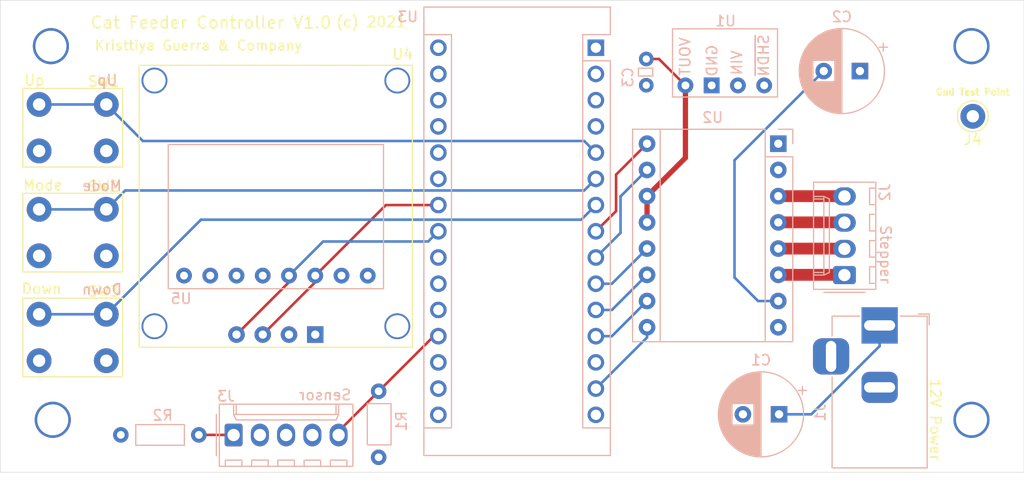
<source format=kicad_pcb>
(kicad_pcb (version 20171130) (host pcbnew "(5.1.10)-1")

  (general
    (thickness 1.6)
    (drawings 18)
    (tracks 63)
    (zones 0)
    (modules 21)
    (nets 45)
  )

  (page A4)
  (layers
    (0 F.Cu signal)
    (31 B.Cu signal)
    (32 B.Adhes user)
    (33 F.Adhes user)
    (34 B.Paste user hide)
    (35 F.Paste user)
    (36 B.SilkS user)
    (37 F.SilkS user)
    (38 B.Mask user hide)
    (39 F.Mask user hide)
    (40 Dwgs.User user hide)
    (41 Cmts.User user hide)
    (42 Eco1.User user hide)
    (43 Eco2.User user hide)
    (44 Edge.Cuts user)
    (45 Margin user hide)
    (46 B.CrtYd user hide)
    (47 F.CrtYd user hide)
    (48 B.Fab user hide)
    (49 F.Fab user hide)
  )

  (setup
    (last_trace_width 0.25)
    (trace_clearance 0.2)
    (zone_clearance 0.508)
    (zone_45_only no)
    (trace_min 0.2)
    (via_size 0.8)
    (via_drill 0.4)
    (via_min_size 0.4)
    (via_min_drill 0.3)
    (uvia_size 0.3)
    (uvia_drill 0.1)
    (uvias_allowed no)
    (uvia_min_size 0.2)
    (uvia_min_drill 0.1)
    (edge_width 0.05)
    (segment_width 0.2)
    (pcb_text_width 0.3)
    (pcb_text_size 1.5 1.5)
    (mod_edge_width 0.12)
    (mod_text_size 1 1)
    (mod_text_width 0.15)
    (pad_size 1.524 1.524)
    (pad_drill 0.762)
    (pad_to_mask_clearance 0)
    (aux_axis_origin 0 0)
    (grid_origin 90.678 123.698)
    (visible_elements 7FFFFFFF)
    (pcbplotparams
      (layerselection 0x010fc_ffffffff)
      (usegerberextensions false)
      (usegerberattributes true)
      (usegerberadvancedattributes true)
      (creategerberjobfile true)
      (excludeedgelayer true)
      (linewidth 0.100000)
      (plotframeref false)
      (viasonmask false)
      (mode 1)
      (useauxorigin false)
      (hpglpennumber 1)
      (hpglpenspeed 20)
      (hpglpendiameter 15.000000)
      (psnegative false)
      (psa4output false)
      (plotreference true)
      (plotvalue true)
      (plotinvisibletext false)
      (padsonsilk false)
      (subtractmaskfromsilk false)
      (outputformat 1)
      (mirror false)
      (drillshape 0)
      (scaleselection 1)
      (outputdirectory "Gerbers/"))
  )

  (net 0 "")
  (net 1 +5V)
  (net 2 M2)
  (net 3 M1)
  (net 4 M0)
  (net 5 STEP)
  (net 6 SCL)
  (net 7 DIR)
  (net 8 SDA)
  (net 9 Down)
  (net 10 Mid)
  (net 11 Up)
  (net 12 GND)
  (net 13 Emit)
  (net 14 +12V)
  (net 15 "Net-(C2-Pad2)")
  (net 16 "Net-(J2-Pad4)")
  (net 17 "Net-(J2-Pad3)")
  (net 18 "Net-(J2-Pad2)")
  (net 19 "Net-(J2-Pad1)")
  (net 20 "Net-(J3-Pad1)")
  (net 21 ENABLE)
  (net 22 "Net-(J3-Pad3)")
  (net 23 "Net-(U1-Pad4)")
  (net 24 "Net-(U2-Pad2)")
  (net 25 SLEEP)
  (net 26 RESET)
  (net 27 "Net-(U3-Pad29)")
  (net 28 "Net-(U3-Pad13)")
  (net 29 "Net-(U3-Pad28)")
  (net 30 "Net-(U3-Pad26)")
  (net 31 "Net-(U3-Pad25)")
  (net 32 "Net-(U3-Pad22)")
  (net 33 "Net-(U3-Pad21)")
  (net 34 "Net-(U3-Pad3)")
  (net 35 "Net-(U3-Pad18)")
  (net 36 "Net-(U3-Pad2)")
  (net 37 "Net-(U3-Pad17)")
  (net 38 "Net-(U3-Pad1)")
  (net 39 +BATT)
  (net 40 "Net-(U5-Pad3)")
  (net 41 "Net-(U5-Pad2)")
  (net 42 "Net-(U5-Pad1)")
  (net 43 "Net-(U3-Pad20)")
  (net 44 "Net-(U3-Pad30)")

  (net_class Default "This is the default net class."
    (clearance 0.2)
    (trace_width 0.25)
    (via_dia 0.8)
    (via_drill 0.4)
    (uvia_dia 0.3)
    (uvia_drill 0.1)
    (add_net +12V)
    (add_net +5V)
    (add_net +BATT)
    (add_net DIR)
    (add_net Down)
    (add_net ENABLE)
    (add_net Emit)
    (add_net GND)
    (add_net M0)
    (add_net M1)
    (add_net M2)
    (add_net Mid)
    (add_net "Net-(C2-Pad2)")
    (add_net "Net-(J2-Pad1)")
    (add_net "Net-(J2-Pad2)")
    (add_net "Net-(J2-Pad3)")
    (add_net "Net-(J2-Pad4)")
    (add_net "Net-(J3-Pad1)")
    (add_net "Net-(J3-Pad3)")
    (add_net "Net-(U1-Pad4)")
    (add_net "Net-(U2-Pad2)")
    (add_net "Net-(U3-Pad1)")
    (add_net "Net-(U3-Pad13)")
    (add_net "Net-(U3-Pad17)")
    (add_net "Net-(U3-Pad18)")
    (add_net "Net-(U3-Pad2)")
    (add_net "Net-(U3-Pad20)")
    (add_net "Net-(U3-Pad21)")
    (add_net "Net-(U3-Pad22)")
    (add_net "Net-(U3-Pad25)")
    (add_net "Net-(U3-Pad26)")
    (add_net "Net-(U3-Pad28)")
    (add_net "Net-(U3-Pad29)")
    (add_net "Net-(U3-Pad3)")
    (add_net "Net-(U3-Pad30)")
    (add_net "Net-(U5-Pad1)")
    (add_net "Net-(U5-Pad2)")
    (add_net "Net-(U5-Pad3)")
    (add_net RESET)
    (add_net SCL)
    (add_net SDA)
    (add_net SLEEP)
    (add_net STEP)
    (add_net Up)
  )

  (module KittyCaddy:IIC_Display (layer F.Cu) (tedit 616EC300) (tstamp 61693C19)
    (at 108.458 115.443 180)
    (path /61595AE6)
    (fp_text reference U4 (at -16.0782 27.1526) (layer F.SilkS)
      (effects (font (size 1 1) (thickness 0.15)))
    )
    (fp_text value SSD1306_IIC_OLED_Display (at -6.604 -2.286) (layer F.Fab)
      (effects (font (size 1 1) (thickness 0.15)))
    )
    (fp_line (start 9.4234 -1.2192) (end -17.018 -1.2192) (layer F.SilkS) (width 0.12))
    (fp_line (start 9.4234 26.0858) (end 9.4234 -1.2192) (layer F.SilkS) (width 0.12))
    (fp_line (start 6.477 26.0858) (end 9.4234 26.0858) (layer F.SilkS) (width 0.12))
    (fp_line (start 3.429 26.0858) (end 6.477 26.0858) (layer F.SilkS) (width 0.12))
    (fp_line (start 0.8128 26.0858) (end 3.429 26.0858) (layer F.SilkS) (width 0.12))
    (fp_line (start -1.1938 26.0858) (end 0.8128 26.0858) (layer F.SilkS) (width 0.12))
    (fp_line (start -3.0988 26.0858) (end -1.1938 26.0858) (layer F.SilkS) (width 0.12))
    (fp_line (start -5.6134 26.0858) (end -3.0988 26.0858) (layer F.SilkS) (width 0.12))
    (fp_line (start -8.9662 26.0858) (end -5.6134 26.0858) (layer F.SilkS) (width 0.12))
    (fp_line (start -11.3284 26.0858) (end -8.9662 26.0858) (layer F.SilkS) (width 0.12))
    (fp_line (start -13.1572 26.0858) (end -11.3284 26.0858) (layer F.SilkS) (width 0.12))
    (fp_line (start -15.621 26.0858) (end -13.1572 26.0858) (layer F.SilkS) (width 0.12))
    (fp_line (start -17.018 26.0858) (end -17.018 -1.2192) (layer F.SilkS) (width 0.12))
    (fp_line (start -15.621 26.0858) (end -17.018 26.0858) (layer F.SilkS) (width 0.12))
    (pad ~ thru_hole circle (at 7.94 24.606 180) (size 2.5 2.5) (drill 2.15) (layers *.Cu *.Mask))
    (pad ~ thru_hole circle (at -15.56 24.606 180) (size 2.5 2.5) (drill 2.15) (layers *.Cu *.Mask))
    (pad ~ thru_hole circle (at -15.56 0.806 180) (size 2.5 2.5) (drill 2.15) (layers *.Cu *.Mask))
    (pad ~ thru_hole circle (at 7.94 0.805 180) (size 2.5 2.5) (drill 2.15) (layers *.Cu *.Mask))
    (pad 4 thru_hole circle (at 0 0 90) (size 1.6 1.6) (drill 0.8) (layers *.Cu *.Mask)
      (net 8 SDA))
    (pad 1 thru_hole rect (at -7.62 0 90) (size 1.6 1.6) (drill 0.8) (layers *.Cu *.Mask)
      (net 12 GND))
    (pad 2 thru_hole circle (at -5.08 0 90) (size 1.6 1.6) (drill 0.8) (layers *.Cu *.Mask)
      (net 1 +5V))
    (pad 3 thru_hole circle (at -2.54 0 90) (size 1.6 1.6) (drill 0.8) (layers *.Cu *.Mask)
      (net 6 SCL))
  )

  (module KittyCaddy:CF14JT10K0 (layer B.Cu) (tedit 6169AD5E) (tstamp 61693BA7)
    (at 122.2121 127.3302 90)
    (path /6160DC38)
    (fp_text reference R1 (at 3.5 2.2 90) (layer B.SilkS)
      (effects (font (size 1 1) (thickness 0.15)) (justify mirror))
    )
    (fp_text value 10k (at 3.6 3.6 90) (layer B.Fab)
      (effects (font (size 1 1) (thickness 0.15)) (justify mirror))
    )
    (fp_line (start 5.2 -1.1) (end 1.2 -1.1) (layer B.SilkS) (width 0.12))
    (fp_line (start 5.2 1.2) (end 5.2 -1.1) (layer B.SilkS) (width 0.12))
    (fp_line (start 1.2 1.2) (end 5.2 1.2) (layer B.SilkS) (width 0.12))
    (fp_line (start 1.2 1.2) (end 1.2 -1.1) (layer B.SilkS) (width 0.12))
    (pad 2 thru_hole circle (at 6.4 0 90) (size 1.5 1.5) (drill 0.75) (layers *.Cu *.Mask)
      (net 13 Emit))
    (pad 1 thru_hole circle (at 0 0 90) (size 1.5 1.5) (drill 0.75) (layers *.Cu *.Mask)
      (net 1 +5V))
  )

  (module KittyCaddy:MountingHole_3mmhole (layer F.Cu) (tedit 616EBA9B) (tstamp 616FDBA9)
    (at 179.578 123.698)
    (fp_text reference REF** (at 0.0508 -2.4876) (layer F.SilkS) hide
      (effects (font (size 1 1) (thickness 0.15)))
    )
    (fp_text value MountingHole_3mmhole (at 0.0008 -3.9876) (layer F.Fab) hide
      (effects (font (size 1 1) (thickness 0.15)))
    )
    (pad 1 thru_hole circle (at 0 0) (size 3.5 3.5) (drill 3) (layers *.Cu *.Mask))
  )

  (module KittyCaddy:MountingHole_3mmhole (layer F.Cu) (tedit 616EBA9B) (tstamp 616FDB94)
    (at 179.578 87.503)
    (fp_text reference REF** (at 0.0508 -2.4876) (layer F.SilkS) hide
      (effects (font (size 1 1) (thickness 0.15)))
    )
    (fp_text value MountingHole_3mmhole (at 0.0008 -3.9876) (layer F.Fab) hide
      (effects (font (size 1 1) (thickness 0.15)))
    )
    (pad 1 thru_hole circle (at 0 0) (size 3.5 3.5) (drill 3) (layers *.Cu *.Mask))
  )

  (module KittyCaddy:MountingHole_3mmhole (layer F.Cu) (tedit 616EBA9B) (tstamp 616FDB7F)
    (at 90.5002 87.503)
    (fp_text reference REF** (at 0.0508 -2.4876) (layer F.SilkS) hide
      (effects (font (size 1 1) (thickness 0.15)))
    )
    (fp_text value MountingHole_3mmhole (at 0.0008 -3.9876) (layer F.Fab) hide
      (effects (font (size 1 1) (thickness 0.15)))
    )
    (pad 1 thru_hole circle (at 0 0) (size 3.5 3.5) (drill 3) (layers *.Cu *.Mask))
  )

  (module KittyCaddy:MountingHole_3mmhole (layer F.Cu) (tedit 616EBA9B) (tstamp 616FDB53)
    (at 90.678 123.698)
    (fp_text reference REF** (at 0.0508 -2.4876) (layer F.SilkS) hide
      (effects (font (size 1 1) (thickness 0.15)))
    )
    (fp_text value MountingHole_3mmhole (at 0.0008 -3.9876) (layer F.Fab) hide
      (effects (font (size 1 1) (thickness 0.15)))
    )
    (pad 1 thru_hole circle (at 0 0) (size 3.5 3.5) (drill 3) (layers *.Cu *.Mask))
  )

  (module Connector_BarrelJack:BarrelJack_Horizontal (layer B.Cu) (tedit 5A1DBF6A) (tstamp 61771EDD)
    (at 170.688 114.554 90)
    (descr "DC Barrel Jack")
    (tags "Power Jack")
    (path /615B0B5B)
    (fp_text reference J1 (at -8.45 -5.75 270) (layer B.SilkS)
      (effects (font (size 1 1) (thickness 0.15)) (justify mirror))
    )
    (fp_text value "12 V Power" (at -6.2 5.5 270) (layer B.Fab)
      (effects (font (size 1 1) (thickness 0.15)) (justify mirror))
    )
    (fp_line (start 0 4.5) (end -13.7 4.5) (layer B.Fab) (width 0.1))
    (fp_line (start 0.8 -4.5) (end 0.8 3.75) (layer B.Fab) (width 0.1))
    (fp_line (start -13.7 -4.5) (end 0.8 -4.5) (layer B.Fab) (width 0.1))
    (fp_line (start -13.7 4.5) (end -13.7 -4.5) (layer B.Fab) (width 0.1))
    (fp_line (start -10.2 4.5) (end -10.2 -4.5) (layer B.Fab) (width 0.1))
    (fp_line (start 0.9 4.6) (end 0.9 2) (layer B.SilkS) (width 0.12))
    (fp_line (start -13.8 4.6) (end 0.9 4.6) (layer B.SilkS) (width 0.12))
    (fp_line (start 0.9 -4.6) (end -1 -4.6) (layer B.SilkS) (width 0.12))
    (fp_line (start 0.9 -1.9) (end 0.9 -4.6) (layer B.SilkS) (width 0.12))
    (fp_line (start -13.8 -4.6) (end -13.8 4.6) (layer B.SilkS) (width 0.12))
    (fp_line (start -5 -4.6) (end -13.8 -4.6) (layer B.SilkS) (width 0.12))
    (fp_line (start -14 -4.75) (end -14 4.75) (layer B.CrtYd) (width 0.05))
    (fp_line (start -5 -4.75) (end -14 -4.75) (layer B.CrtYd) (width 0.05))
    (fp_line (start -5 -6.75) (end -5 -4.75) (layer B.CrtYd) (width 0.05))
    (fp_line (start -1 -6.75) (end -5 -6.75) (layer B.CrtYd) (width 0.05))
    (fp_line (start -1 -4.75) (end -1 -6.75) (layer B.CrtYd) (width 0.05))
    (fp_line (start 1 -4.75) (end -1 -4.75) (layer B.CrtYd) (width 0.05))
    (fp_line (start 1 -2) (end 1 -4.75) (layer B.CrtYd) (width 0.05))
    (fp_line (start 2 -2) (end 1 -2) (layer B.CrtYd) (width 0.05))
    (fp_line (start 2 2) (end 2 -2) (layer B.CrtYd) (width 0.05))
    (fp_line (start 1 2) (end 2 2) (layer B.CrtYd) (width 0.05))
    (fp_line (start 1 4.5) (end 1 2) (layer B.CrtYd) (width 0.05))
    (fp_line (start 1 4.75) (end -14 4.75) (layer B.CrtYd) (width 0.05))
    (fp_line (start 1 4.5) (end 1 4.75) (layer B.CrtYd) (width 0.05))
    (fp_line (start 0.05 4.8) (end 1.1 4.8) (layer B.SilkS) (width 0.12))
    (fp_line (start 1.1 3.75) (end 1.1 4.8) (layer B.SilkS) (width 0.12))
    (fp_line (start -0.003213 4.505425) (end 0.8 3.75) (layer B.Fab) (width 0.1))
    (fp_text user %R (at -3 2.95 270) (layer B.Fab)
      (effects (font (size 1 1) (thickness 0.15)) (justify mirror))
    )
    (pad 3 thru_hole roundrect (at -3 -4.7 90) (size 3.5 3.5) (drill oval 3 1) (layers *.Cu *.Mask) (roundrect_rratio 0.25)
      (net 12 GND))
    (pad 2 thru_hole roundrect (at -6 0 90) (size 3 3.5) (drill oval 1 3) (layers *.Cu *.Mask) (roundrect_rratio 0.25)
      (net 12 GND))
    (pad 1 thru_hole rect (at 0 0 90) (size 3.5 3.5) (drill oval 1 3) (layers *.Cu *.Mask)
      (net 14 +12V))
    (model ${KISYS3DMOD}/Connector_BarrelJack.3dshapes/BarrelJack_Horizontal.wrl
      (at (xyz 0 0 0))
      (scale (xyz 1 1 1))
      (rotate (xyz 0 0 0))
    )
  )

  (module KittyCaddy:CFR-25JT-52-100R (layer B.Cu) (tedit 6169AE77) (tstamp 61693BB8)
    (at 104.8131 125.1585 180)
    (path /615FFB3F)
    (fp_text reference R2 (at 3.5 1.9) (layer B.SilkS)
      (effects (font (size 1 1) (thickness 0.15)) (justify mirror))
    )
    (fp_text value 100 (at 4.3 3.4) (layer B.Fab)
      (effects (font (size 1 1) (thickness 0.15)) (justify mirror))
    )
    (fp_line (start 6.1 -1) (end 1.4 -1) (layer B.SilkS) (width 0.12))
    (fp_line (start 1.4 1) (end 6.1 1) (layer B.SilkS) (width 0.12))
    (fp_line (start 6.1 -1) (end 6.1 1) (layer B.SilkS) (width 0.12))
    (fp_line (start 1.4 1) (end 1.4 -1) (layer B.SilkS) (width 0.12))
    (pad 2 thru_hole circle (at 7.55 0 180) (size 1.5 1.5) (drill 0.75) (layers *.Cu *.Mask)
      (net 1 +5V))
    (pad 1 thru_hole circle (at 0 0 180) (size 1.5 1.5) (drill 0.75) (layers *.Cu *.Mask)
      (net 20 "Net-(J3-Pad1)"))
  )

  (module Module:Pololu_Breakout-16_15.2x20.3mm (layer B.Cu) (tedit 58AB602C) (tstamp 6169F689)
    (at 160.8836 96.9518 180)
    (descr "Pololu Breakout 16-pin 15.2x20.3mm 0.6x0.8\\")
    (tags "Pololu Breakout")
    (path /615930B4)
    (fp_text reference U2 (at 6.35 2.54) (layer B.SilkS)
      (effects (font (size 1 1) (thickness 0.15)) (justify mirror))
    )
    (fp_text value DRV8825 (at 6.35 -20.17) (layer B.Fab)
      (effects (font (size 1 1) (thickness 0.15)) (justify mirror))
    )
    (fp_line (start 14.21 -19.3) (end -1.53 -19.3) (layer B.CrtYd) (width 0.05))
    (fp_line (start 14.21 -19.3) (end 14.21 1.52) (layer B.CrtYd) (width 0.05))
    (fp_line (start -1.53 1.52) (end -1.53 -19.3) (layer B.CrtYd) (width 0.05))
    (fp_line (start -1.53 1.52) (end 14.21 1.52) (layer B.CrtYd) (width 0.05))
    (fp_line (start -1.27 -19.05) (end -1.27 0) (layer B.Fab) (width 0.1))
    (fp_line (start 13.97 -19.05) (end -1.27 -19.05) (layer B.Fab) (width 0.1))
    (fp_line (start 13.97 1.27) (end 13.97 -19.05) (layer B.Fab) (width 0.1))
    (fp_line (start 0 1.27) (end 13.97 1.27) (layer B.Fab) (width 0.1))
    (fp_line (start -1.27 0) (end 0 1.27) (layer B.Fab) (width 0.1))
    (fp_line (start 14.1 1.4) (end 1.27 1.4) (layer B.SilkS) (width 0.12))
    (fp_line (start 14.1 -19.18) (end 14.1 1.4) (layer B.SilkS) (width 0.12))
    (fp_line (start -1.4 -19.18) (end 14.1 -19.18) (layer B.SilkS) (width 0.12))
    (fp_line (start -1.4 -1.27) (end -1.4 -19.18) (layer B.SilkS) (width 0.12))
    (fp_line (start 1.27 -1.27) (end -1.4 -1.27) (layer B.SilkS) (width 0.12))
    (fp_line (start 1.27 1.4) (end 1.27 -1.27) (layer B.SilkS) (width 0.12))
    (fp_line (start -1.4 1.4) (end -1.4 0) (layer B.SilkS) (width 0.12))
    (fp_line (start 0 1.4) (end -1.4 1.4) (layer B.SilkS) (width 0.12))
    (fp_line (start 1.27 -1.27) (end 1.27 -19.18) (layer B.SilkS) (width 0.12))
    (fp_line (start 11.43 1.4) (end 11.43 -19.18) (layer B.SilkS) (width 0.12))
    (fp_text user %R (at 6.35 0) (layer B.Fab)
      (effects (font (size 1 1) (thickness 0.15)) (justify mirror))
    )
    (pad 16 thru_hole oval (at 12.7 0 180) (size 1.6 1.6) (drill 0.8) (layers *.Cu *.Mask)
      (net 7 DIR))
    (pad 8 thru_hole oval (at 0 -17.78 180) (size 1.6 1.6) (drill 0.8) (layers *.Cu *.Mask)
      (net 14 +12V))
    (pad 15 thru_hole oval (at 12.7 -2.54 180) (size 1.6 1.6) (drill 0.8) (layers *.Cu *.Mask)
      (net 5 STEP))
    (pad 7 thru_hole oval (at 0 -15.24 180) (size 1.6 1.6) (drill 0.8) (layers *.Cu *.Mask)
      (net 15 "Net-(C2-Pad2)"))
    (pad 14 thru_hole oval (at 12.7 -5.08 180) (size 1.6 1.6) (drill 0.8) (layers *.Cu *.Mask)
      (net 1 +5V))
    (pad 6 thru_hole oval (at 0 -12.7 180) (size 1.6 1.6) (drill 0.8) (layers *.Cu *.Mask)
      (net 19 "Net-(J2-Pad1)"))
    (pad 13 thru_hole oval (at 12.7 -7.62 180) (size 1.6 1.6) (drill 0.8) (layers *.Cu *.Mask)
      (net 1 +5V))
    (pad 5 thru_hole oval (at 0 -10.16 180) (size 1.6 1.6) (drill 0.8) (layers *.Cu *.Mask)
      (net 18 "Net-(J2-Pad2)"))
    (pad 12 thru_hole oval (at 12.7 -10.16 180) (size 1.6 1.6) (drill 0.8) (layers *.Cu *.Mask)
      (net 2 M2))
    (pad 4 thru_hole oval (at 0 -7.62 180) (size 1.6 1.6) (drill 0.8) (layers *.Cu *.Mask)
      (net 17 "Net-(J2-Pad3)"))
    (pad 11 thru_hole oval (at 12.7 -12.7 180) (size 1.6 1.6) (drill 0.8) (layers *.Cu *.Mask)
      (net 3 M1))
    (pad 3 thru_hole oval (at 0 -5.08 180) (size 1.6 1.6) (drill 0.8) (layers *.Cu *.Mask)
      (net 16 "Net-(J2-Pad4)"))
    (pad 10 thru_hole oval (at 12.7 -15.24 180) (size 1.6 1.6) (drill 0.8) (layers *.Cu *.Mask)
      (net 4 M0))
    (pad 2 thru_hole oval (at 0 -2.54 180) (size 1.6 1.6) (drill 0.8) (layers *.Cu *.Mask)
      (net 24 "Net-(U2-Pad2)"))
    (pad 9 thru_hole oval (at 12.7 -17.78 180) (size 1.6 1.6) (drill 0.8) (layers *.Cu *.Mask)
      (net 21 ENABLE))
    (pad 1 thru_hole rect (at 0 0 180) (size 1.6 1.6) (drill 0.8) (layers *.Cu *.Mask)
      (net 12 GND))
    (model ${KISYS3DMOD}/Module.3dshapes/Pololu_Breakout-16_15.2x20.3mm.wrl
      (at (xyz 0 0 0))
      (scale (xyz 1 1 1))
      (rotate (xyz 0 0 0))
    )
  )

  (module KittyCaddy:DS3231 (layer B.Cu) (tedit 615F5B87) (tstamp 61693C2A)
    (at 103.378 109.728)
    (path /615F9CC9)
    (fp_text reference U5 (at -0.2794 2.2352) (layer B.SilkS)
      (effects (font (size 1 1) (thickness 0.15)) (justify mirror))
    )
    (fp_text value DS3231 (at 9.754 4.772) (layer B.Fab)
      (effects (font (size 1 1) (thickness 0.15)) (justify mirror))
    )
    (fp_line (start -1.524 1.27) (end 8.89 1.27) (layer B.SilkS) (width 0.12))
    (fp_line (start -1.524 -12.7) (end -1.524 1.27) (layer B.SilkS) (width 0.12))
    (fp_line (start 19.304 -12.7) (end -1.524 -12.7) (layer B.SilkS) (width 0.12))
    (fp_line (start 19.304 1.27) (end 19.304 -12.7) (layer B.SilkS) (width 0.12))
    (fp_line (start 8.89 1.27) (end 19.304 1.27) (layer B.SilkS) (width 0.12))
    (pad 8 thru_hole circle (at 17.78 0) (size 1.524 1.524) (drill 0.762) (layers *.Cu *.Mask)
      (net 1 +5V))
    (pad 6 thru_hole circle (at 12.7 0) (size 1.524 1.524) (drill 0.762) (layers *.Cu *.Mask)
      (net 6 SCL))
    (pad 7 thru_hole circle (at 15.24 0) (size 1.524 1.524) (drill 0.762) (layers *.Cu *.Mask)
      (net 12 GND))
    (pad 5 thru_hole circle (at 10.16 0) (size 1.524 1.524) (drill 0.762) (layers *.Cu *.Mask)
      (net 8 SDA))
    (pad 4 thru_hole circle (at 7.62 0) (size 1.524 1.524) (drill 0.762) (layers *.Cu *.Mask)
      (net 39 +BATT))
    (pad 3 thru_hole circle (at 5.08 0) (size 1.524 1.524) (drill 0.762) (layers *.Cu *.Mask)
      (net 40 "Net-(U5-Pad3)"))
    (pad 2 thru_hole circle (at 2.54 0) (size 1.524 1.524) (drill 0.762) (layers *.Cu *.Mask)
      (net 41 "Net-(U5-Pad2)"))
    (pad 1 thru_hole circle (at 0 0) (size 1.524 1.524) (drill 0.762) (layers *.Cu *.Mask)
      (net 42 "Net-(U5-Pad1)"))
  )

  (module KittyCaddy:D24V3F5 (layer B.Cu) (tedit 616EE8B9) (tstamp 616FB4B3)
    (at 158.2674 90.9066 180)
    (path /615C7451)
    (fp_text reference U1 (at 2.4892 5.842 180) (layer B.SilkS)
      (effects (font (size 1 1) (thickness 0.15)) (justify mirror))
    )
    (fp_text value D24V3F5 (at 1.9812 7.358 180) (layer B.Fab)
      (effects (font (size 1 1) (thickness 0.15)) (justify mirror))
    )
    (fp_line (start 7.62 5.08) (end 7.62 -1.524) (layer B.SilkS) (width 0.12))
    (fp_line (start -2.54 5.08) (end 7.62 5.08) (layer B.SilkS) (width 0.12))
    (fp_line (start -2.54 -1.524) (end -2.54 5.08) (layer B.SilkS) (width 0.12))
    (fp_line (start 7.62 -1.524) (end -2.54 -1.524) (layer B.SilkS) (width 0.12))
    (fp_text user ~SHDN (at -1.2 2.5 90) (layer B.SilkS)
      (effects (font (size 1 1) (thickness 0.15)) (justify mirror))
    )
    (fp_text user VIN (at 1.4 1.8 90) (layer B.SilkS)
      (effects (font (size 1 1) (thickness 0.15)) (justify mirror))
    )
    (fp_text user GND (at 3.8 2 90) (layer B.SilkS)
      (effects (font (size 1 1) (thickness 0.15)) (justify mirror))
    )
    (fp_text user VOUT (at 6.4 2.4 90) (layer B.SilkS)
      (effects (font (size 1 1) (thickness 0.15)) (justify mirror))
    )
    (pad 4 thru_hole circle (at -1.25 -0.4) (size 1.524 1.524) (drill 0.762) (layers *.Cu *.Mask)
      (net 23 "Net-(U1-Pad4)"))
    (pad 3 thru_hole circle (at 1.29 -0.4) (size 1.524 1.524) (drill 0.762) (layers *.Cu *.Mask)
      (net 14 +12V))
    (pad 2 thru_hole rect (at 3.83 -0.4) (size 1.524 1.524) (drill 0.762) (layers *.Cu *.Mask)
      (net 12 GND))
    (pad 1 thru_hole circle (at 6.37 -0.4) (size 1.524 1.524) (drill 0.762) (layers *.Cu *.Mask)
      (net 1 +5V))
  )

  (module Connector_Molex:Molex_KK-254_AE-6410-05A_1x05_P2.54mm_Vertical (layer B.Cu) (tedit 5EA53D3B) (tstamp 61693B96)
    (at 108.1786 125.1712)
    (descr "Molex KK-254 Interconnect System, old/engineering part number: AE-6410-05A example for new part number: 22-27-2051, 5 Pins (http://www.molex.com/pdm_docs/sd/022272021_sd.pdf), generated with kicad-footprint-generator")
    (tags "connector Molex KK-254 vertical")
    (path /61600DB3)
    (fp_text reference J3 (at -0.7366 -3.7592) (layer B.SilkS)
      (effects (font (size 1 1) (thickness 0.15)) (justify mirror))
    )
    (fp_text value digikey:OPB740WZ (at 5.08 -4.08) (layer B.Fab)
      (effects (font (size 1 1) (thickness 0.15)) (justify mirror))
    )
    (fp_line (start 11.93 3.42) (end -1.77 3.42) (layer B.CrtYd) (width 0.05))
    (fp_line (start 11.93 -3.38) (end 11.93 3.42) (layer B.CrtYd) (width 0.05))
    (fp_line (start -1.77 -3.38) (end 11.93 -3.38) (layer B.CrtYd) (width 0.05))
    (fp_line (start -1.77 3.42) (end -1.77 -3.38) (layer B.CrtYd) (width 0.05))
    (fp_line (start 10.96 2.43) (end 10.96 3.03) (layer B.SilkS) (width 0.12))
    (fp_line (start 9.36 2.43) (end 10.96 2.43) (layer B.SilkS) (width 0.12))
    (fp_line (start 9.36 3.03) (end 9.36 2.43) (layer B.SilkS) (width 0.12))
    (fp_line (start 8.42 2.43) (end 8.42 3.03) (layer B.SilkS) (width 0.12))
    (fp_line (start 6.82 2.43) (end 8.42 2.43) (layer B.SilkS) (width 0.12))
    (fp_line (start 6.82 3.03) (end 6.82 2.43) (layer B.SilkS) (width 0.12))
    (fp_line (start 5.88 2.43) (end 5.88 3.03) (layer B.SilkS) (width 0.12))
    (fp_line (start 4.28 2.43) (end 5.88 2.43) (layer B.SilkS) (width 0.12))
    (fp_line (start 4.28 3.03) (end 4.28 2.43) (layer B.SilkS) (width 0.12))
    (fp_line (start 3.34 2.43) (end 3.34 3.03) (layer B.SilkS) (width 0.12))
    (fp_line (start 1.74 2.43) (end 3.34 2.43) (layer B.SilkS) (width 0.12))
    (fp_line (start 1.74 3.03) (end 1.74 2.43) (layer B.SilkS) (width 0.12))
    (fp_line (start 0.8 2.43) (end 0.8 3.03) (layer B.SilkS) (width 0.12))
    (fp_line (start -0.8 2.43) (end 0.8 2.43) (layer B.SilkS) (width 0.12))
    (fp_line (start -0.8 3.03) (end -0.8 2.43) (layer B.SilkS) (width 0.12))
    (fp_line (start 9.91 -2.99) (end 9.91 -1.99) (layer B.SilkS) (width 0.12))
    (fp_line (start 0.25 -2.99) (end 0.25 -1.99) (layer B.SilkS) (width 0.12))
    (fp_line (start 9.91 -1.46) (end 10.16 -1.99) (layer B.SilkS) (width 0.12))
    (fp_line (start 0.25 -1.46) (end 9.91 -1.46) (layer B.SilkS) (width 0.12))
    (fp_line (start 0 -1.99) (end 0.25 -1.46) (layer B.SilkS) (width 0.12))
    (fp_line (start 10.16 -1.99) (end 10.16 -2.99) (layer B.SilkS) (width 0.12))
    (fp_line (start 0 -1.99) (end 10.16 -1.99) (layer B.SilkS) (width 0.12))
    (fp_line (start 0 -2.99) (end 0 -1.99) (layer B.SilkS) (width 0.12))
    (fp_line (start -0.562893 0) (end -1.27 -0.5) (layer B.Fab) (width 0.1))
    (fp_line (start -1.27 0.5) (end -0.562893 0) (layer B.Fab) (width 0.1))
    (fp_line (start -1.67 2) (end -1.67 -2) (layer B.SilkS) (width 0.12))
    (fp_line (start 11.54 3.03) (end -1.38 3.03) (layer B.SilkS) (width 0.12))
    (fp_line (start 11.54 -2.99) (end 11.54 3.03) (layer B.SilkS) (width 0.12))
    (fp_line (start -1.38 -2.99) (end 11.54 -2.99) (layer B.SilkS) (width 0.12))
    (fp_line (start -1.38 3.03) (end -1.38 -2.99) (layer B.SilkS) (width 0.12))
    (fp_line (start 11.43 2.92) (end -1.27 2.92) (layer B.Fab) (width 0.1))
    (fp_line (start 11.43 -2.88) (end 11.43 2.92) (layer B.Fab) (width 0.1))
    (fp_line (start -1.27 -2.88) (end 11.43 -2.88) (layer B.Fab) (width 0.1))
    (fp_line (start -1.27 2.92) (end -1.27 -2.88) (layer B.Fab) (width 0.1))
    (fp_text user %R (at 5.08 2.22) (layer B.Fab)
      (effects (font (size 1 1) (thickness 0.15)) (justify mirror))
    )
    (pad 5 thru_hole oval (at 10.16 0) (size 1.74 2.19) (drill 1.19) (layers *.Cu *.Mask)
      (net 13 Emit))
    (pad 4 thru_hole oval (at 7.62 0) (size 1.74 2.19) (drill 1.19) (layers *.Cu *.Mask)
      (net 12 GND))
    (pad 3 thru_hole oval (at 5.08 0) (size 1.74 2.19) (drill 1.19) (layers *.Cu *.Mask)
      (net 22 "Net-(J3-Pad3)"))
    (pad 2 thru_hole oval (at 2.54 0) (size 1.74 2.19) (drill 1.19) (layers *.Cu *.Mask)
      (net 12 GND))
    (pad 1 thru_hole roundrect (at 0 0) (size 1.74 2.19) (drill 1.19) (layers *.Cu *.Mask) (roundrect_rratio 0.1436775862068966)
      (net 20 "Net-(J3-Pad1)"))
    (model ${KISYS3DMOD}/Connector_Molex.3dshapes/Molex_KK-254_AE-6410-05A_1x05_P2.54mm_Vertical.wrl
      (at (xyz 0 0 0))
      (scale (xyz 1 1 1))
      (rotate (xyz 0 0 0))
    )
  )

  (module Connector_Molex:Molex_KK-254_AE-6410-04A_1x04_P2.54mm_Vertical (layer B.Cu) (tedit 5EA53D3B) (tstamp 61693B66)
    (at 167.2844 109.6772 90)
    (descr "Molex KK-254 Interconnect System, old/engineering part number: AE-6410-04A example for new part number: 22-27-2041, 4 Pins (http://www.molex.com/pdm_docs/sd/022272021_sd.pdf), generated with kicad-footprint-generator")
    (tags "connector Molex KK-254 vertical")
    (path /615B252F)
    (fp_text reference J2 (at 8.0137 3.9116 90) (layer B.SilkS)
      (effects (font (size 1 1) (thickness 0.15)) (justify mirror))
    )
    (fp_text value digikey:17HS13-1204S (at 3.81 -4.08 90) (layer B.Fab)
      (effects (font (size 1 1) (thickness 0.15)) (justify mirror))
    )
    (fp_line (start 9.39 3.42) (end -1.77 3.42) (layer B.CrtYd) (width 0.05))
    (fp_line (start 9.39 -3.38) (end 9.39 3.42) (layer B.CrtYd) (width 0.05))
    (fp_line (start -1.77 -3.38) (end 9.39 -3.38) (layer B.CrtYd) (width 0.05))
    (fp_line (start -1.77 3.42) (end -1.77 -3.38) (layer B.CrtYd) (width 0.05))
    (fp_line (start 8.42 2.43) (end 8.42 3.03) (layer B.SilkS) (width 0.12))
    (fp_line (start 6.82 2.43) (end 8.42 2.43) (layer B.SilkS) (width 0.12))
    (fp_line (start 6.82 3.03) (end 6.82 2.43) (layer B.SilkS) (width 0.12))
    (fp_line (start 5.88 2.43) (end 5.88 3.03) (layer B.SilkS) (width 0.12))
    (fp_line (start 4.28 2.43) (end 5.88 2.43) (layer B.SilkS) (width 0.12))
    (fp_line (start 4.28 3.03) (end 4.28 2.43) (layer B.SilkS) (width 0.12))
    (fp_line (start 3.34 2.43) (end 3.34 3.03) (layer B.SilkS) (width 0.12))
    (fp_line (start 1.74 2.43) (end 3.34 2.43) (layer B.SilkS) (width 0.12))
    (fp_line (start 1.74 3.03) (end 1.74 2.43) (layer B.SilkS) (width 0.12))
    (fp_line (start 0.8 2.43) (end 0.8 3.03) (layer B.SilkS) (width 0.12))
    (fp_line (start -0.8 2.43) (end 0.8 2.43) (layer B.SilkS) (width 0.12))
    (fp_line (start -0.8 3.03) (end -0.8 2.43) (layer B.SilkS) (width 0.12))
    (fp_line (start 7.37 -2.99) (end 7.37 -1.99) (layer B.SilkS) (width 0.12))
    (fp_line (start 0.25 -2.99) (end 0.25 -1.99) (layer B.SilkS) (width 0.12))
    (fp_line (start 7.37 -1.46) (end 7.62 -1.99) (layer B.SilkS) (width 0.12))
    (fp_line (start 0.25 -1.46) (end 7.37 -1.46) (layer B.SilkS) (width 0.12))
    (fp_line (start 0 -1.99) (end 0.25 -1.46) (layer B.SilkS) (width 0.12))
    (fp_line (start 7.62 -1.99) (end 7.62 -2.99) (layer B.SilkS) (width 0.12))
    (fp_line (start 0 -1.99) (end 7.62 -1.99) (layer B.SilkS) (width 0.12))
    (fp_line (start 0 -2.99) (end 0 -1.99) (layer B.SilkS) (width 0.12))
    (fp_line (start -0.562893 0) (end -1.27 -0.5) (layer B.Fab) (width 0.1))
    (fp_line (start -1.27 0.5) (end -0.562893 0) (layer B.Fab) (width 0.1))
    (fp_line (start -1.67 2) (end -1.67 -2) (layer B.SilkS) (width 0.12))
    (fp_line (start 9 3.03) (end -1.38 3.03) (layer B.SilkS) (width 0.12))
    (fp_line (start 9 -2.99) (end 9 3.03) (layer B.SilkS) (width 0.12))
    (fp_line (start -1.38 -2.99) (end 9 -2.99) (layer B.SilkS) (width 0.12))
    (fp_line (start -1.38 3.03) (end -1.38 -2.99) (layer B.SilkS) (width 0.12))
    (fp_line (start 8.89 2.92) (end -1.27 2.92) (layer B.Fab) (width 0.1))
    (fp_line (start 8.89 -2.88) (end 8.89 2.92) (layer B.Fab) (width 0.1))
    (fp_line (start -1.27 -2.88) (end 8.89 -2.88) (layer B.Fab) (width 0.1))
    (fp_line (start -1.27 2.92) (end -1.27 -2.88) (layer B.Fab) (width 0.1))
    (fp_text user %R (at 3.81 2.22 90) (layer B.Fab)
      (effects (font (size 1 1) (thickness 0.15)) (justify mirror))
    )
    (pad 4 thru_hole oval (at 7.62 0 90) (size 1.74 2.19) (drill 1.19) (layers *.Cu *.Mask)
      (net 16 "Net-(J2-Pad4)"))
    (pad 3 thru_hole oval (at 5.08 0 90) (size 1.74 2.19) (drill 1.19) (layers *.Cu *.Mask)
      (net 17 "Net-(J2-Pad3)"))
    (pad 2 thru_hole oval (at 2.54 0 90) (size 1.74 2.19) (drill 1.19) (layers *.Cu *.Mask)
      (net 18 "Net-(J2-Pad2)"))
    (pad 1 thru_hole roundrect (at 0 0 90) (size 1.74 2.19) (drill 1.19) (layers *.Cu *.Mask) (roundrect_rratio 0.1436775862068966)
      (net 19 "Net-(J2-Pad1)"))
    (model ${KISYS3DMOD}/Connector_Molex.3dshapes/Molex_KK-254_AE-6410-04A_1x04_P2.54mm_Vertical.wrl
      (at (xyz 0 0 0))
      (scale (xyz 1 1 1))
      (rotate (xyz 0 0 0))
    )
  )

  (module Capacitor_THT:CP_Radial_D8.0mm_P3.50mm (layer B.Cu) (tedit 5AE50EF0) (tstamp 616FBD6F)
    (at 168.783 89.916 180)
    (descr "CP, Radial series, Radial, pin pitch=3.50mm, , diameter=8mm, Electrolytic Capacitor")
    (tags "CP Radial series Radial pin pitch 3.50mm  diameter 8mm Electrolytic Capacitor")
    (path /61660820)
    (fp_text reference C2 (at 1.75 5.25 180) (layer B.SilkS)
      (effects (font (size 1 1) (thickness 0.15)) (justify mirror))
    )
    (fp_text value 100uF (at 1.75 -5.25 180) (layer B.Fab)
      (effects (font (size 1 1) (thickness 0.15)) (justify mirror))
    )
    (fp_line (start -2.259698 2.715) (end -2.259698 1.915) (layer B.SilkS) (width 0.12))
    (fp_line (start -2.659698 2.315) (end -1.859698 2.315) (layer B.SilkS) (width 0.12))
    (fp_line (start 5.831 0.533) (end 5.831 -0.533) (layer B.SilkS) (width 0.12))
    (fp_line (start 5.791 0.768) (end 5.791 -0.768) (layer B.SilkS) (width 0.12))
    (fp_line (start 5.751 0.948) (end 5.751 -0.948) (layer B.SilkS) (width 0.12))
    (fp_line (start 5.711 1.098) (end 5.711 -1.098) (layer B.SilkS) (width 0.12))
    (fp_line (start 5.671 1.229) (end 5.671 -1.229) (layer B.SilkS) (width 0.12))
    (fp_line (start 5.631 1.346) (end 5.631 -1.346) (layer B.SilkS) (width 0.12))
    (fp_line (start 5.591 1.453) (end 5.591 -1.453) (layer B.SilkS) (width 0.12))
    (fp_line (start 5.551 1.552) (end 5.551 -1.552) (layer B.SilkS) (width 0.12))
    (fp_line (start 5.511 1.645) (end 5.511 -1.645) (layer B.SilkS) (width 0.12))
    (fp_line (start 5.471 1.731) (end 5.471 -1.731) (layer B.SilkS) (width 0.12))
    (fp_line (start 5.431 1.813) (end 5.431 -1.813) (layer B.SilkS) (width 0.12))
    (fp_line (start 5.391 1.89) (end 5.391 -1.89) (layer B.SilkS) (width 0.12))
    (fp_line (start 5.351 1.964) (end 5.351 -1.964) (layer B.SilkS) (width 0.12))
    (fp_line (start 5.311 2.034) (end 5.311 -2.034) (layer B.SilkS) (width 0.12))
    (fp_line (start 5.271 2.102) (end 5.271 -2.102) (layer B.SilkS) (width 0.12))
    (fp_line (start 5.231 2.166) (end 5.231 -2.166) (layer B.SilkS) (width 0.12))
    (fp_line (start 5.191 2.228) (end 5.191 -2.228) (layer B.SilkS) (width 0.12))
    (fp_line (start 5.151 2.287) (end 5.151 -2.287) (layer B.SilkS) (width 0.12))
    (fp_line (start 5.111 2.345) (end 5.111 -2.345) (layer B.SilkS) (width 0.12))
    (fp_line (start 5.071 2.4) (end 5.071 -2.4) (layer B.SilkS) (width 0.12))
    (fp_line (start 5.031 2.454) (end 5.031 -2.454) (layer B.SilkS) (width 0.12))
    (fp_line (start 4.991 2.505) (end 4.991 -2.505) (layer B.SilkS) (width 0.12))
    (fp_line (start 4.951 2.556) (end 4.951 -2.556) (layer B.SilkS) (width 0.12))
    (fp_line (start 4.911 2.604) (end 4.911 -2.604) (layer B.SilkS) (width 0.12))
    (fp_line (start 4.871 2.651) (end 4.871 -2.651) (layer B.SilkS) (width 0.12))
    (fp_line (start 4.831 2.697) (end 4.831 -2.697) (layer B.SilkS) (width 0.12))
    (fp_line (start 4.791 2.741) (end 4.791 -2.741) (layer B.SilkS) (width 0.12))
    (fp_line (start 4.751 2.784) (end 4.751 -2.784) (layer B.SilkS) (width 0.12))
    (fp_line (start 4.711 2.826) (end 4.711 -2.826) (layer B.SilkS) (width 0.12))
    (fp_line (start 4.671 2.867) (end 4.671 -2.867) (layer B.SilkS) (width 0.12))
    (fp_line (start 4.631 2.907) (end 4.631 -2.907) (layer B.SilkS) (width 0.12))
    (fp_line (start 4.591 2.945) (end 4.591 -2.945) (layer B.SilkS) (width 0.12))
    (fp_line (start 4.551 2.983) (end 4.551 -2.983) (layer B.SilkS) (width 0.12))
    (fp_line (start 4.511 -1.04) (end 4.511 -3.019) (layer B.SilkS) (width 0.12))
    (fp_line (start 4.511 3.019) (end 4.511 1.04) (layer B.SilkS) (width 0.12))
    (fp_line (start 4.471 -1.04) (end 4.471 -3.055) (layer B.SilkS) (width 0.12))
    (fp_line (start 4.471 3.055) (end 4.471 1.04) (layer B.SilkS) (width 0.12))
    (fp_line (start 4.431 -1.04) (end 4.431 -3.09) (layer B.SilkS) (width 0.12))
    (fp_line (start 4.431 3.09) (end 4.431 1.04) (layer B.SilkS) (width 0.12))
    (fp_line (start 4.391 -1.04) (end 4.391 -3.124) (layer B.SilkS) (width 0.12))
    (fp_line (start 4.391 3.124) (end 4.391 1.04) (layer B.SilkS) (width 0.12))
    (fp_line (start 4.351 -1.04) (end 4.351 -3.156) (layer B.SilkS) (width 0.12))
    (fp_line (start 4.351 3.156) (end 4.351 1.04) (layer B.SilkS) (width 0.12))
    (fp_line (start 4.311 -1.04) (end 4.311 -3.189) (layer B.SilkS) (width 0.12))
    (fp_line (start 4.311 3.189) (end 4.311 1.04) (layer B.SilkS) (width 0.12))
    (fp_line (start 4.271 -1.04) (end 4.271 -3.22) (layer B.SilkS) (width 0.12))
    (fp_line (start 4.271 3.22) (end 4.271 1.04) (layer B.SilkS) (width 0.12))
    (fp_line (start 4.231 -1.04) (end 4.231 -3.25) (layer B.SilkS) (width 0.12))
    (fp_line (start 4.231 3.25) (end 4.231 1.04) (layer B.SilkS) (width 0.12))
    (fp_line (start 4.191 -1.04) (end 4.191 -3.28) (layer B.SilkS) (width 0.12))
    (fp_line (start 4.191 3.28) (end 4.191 1.04) (layer B.SilkS) (width 0.12))
    (fp_line (start 4.151 -1.04) (end 4.151 -3.309) (layer B.SilkS) (width 0.12))
    (fp_line (start 4.151 3.309) (end 4.151 1.04) (layer B.SilkS) (width 0.12))
    (fp_line (start 4.111 -1.04) (end 4.111 -3.338) (layer B.SilkS) (width 0.12))
    (fp_line (start 4.111 3.338) (end 4.111 1.04) (layer B.SilkS) (width 0.12))
    (fp_line (start 4.071 -1.04) (end 4.071 -3.365) (layer B.SilkS) (width 0.12))
    (fp_line (start 4.071 3.365) (end 4.071 1.04) (layer B.SilkS) (width 0.12))
    (fp_line (start 4.031 -1.04) (end 4.031 -3.392) (layer B.SilkS) (width 0.12))
    (fp_line (start 4.031 3.392) (end 4.031 1.04) (layer B.SilkS) (width 0.12))
    (fp_line (start 3.991 -1.04) (end 3.991 -3.418) (layer B.SilkS) (width 0.12))
    (fp_line (start 3.991 3.418) (end 3.991 1.04) (layer B.SilkS) (width 0.12))
    (fp_line (start 3.951 -1.04) (end 3.951 -3.444) (layer B.SilkS) (width 0.12))
    (fp_line (start 3.951 3.444) (end 3.951 1.04) (layer B.SilkS) (width 0.12))
    (fp_line (start 3.911 -1.04) (end 3.911 -3.469) (layer B.SilkS) (width 0.12))
    (fp_line (start 3.911 3.469) (end 3.911 1.04) (layer B.SilkS) (width 0.12))
    (fp_line (start 3.871 -1.04) (end 3.871 -3.493) (layer B.SilkS) (width 0.12))
    (fp_line (start 3.871 3.493) (end 3.871 1.04) (layer B.SilkS) (width 0.12))
    (fp_line (start 3.831 -1.04) (end 3.831 -3.517) (layer B.SilkS) (width 0.12))
    (fp_line (start 3.831 3.517) (end 3.831 1.04) (layer B.SilkS) (width 0.12))
    (fp_line (start 3.791 -1.04) (end 3.791 -3.54) (layer B.SilkS) (width 0.12))
    (fp_line (start 3.791 3.54) (end 3.791 1.04) (layer B.SilkS) (width 0.12))
    (fp_line (start 3.751 -1.04) (end 3.751 -3.562) (layer B.SilkS) (width 0.12))
    (fp_line (start 3.751 3.562) (end 3.751 1.04) (layer B.SilkS) (width 0.12))
    (fp_line (start 3.711 -1.04) (end 3.711 -3.584) (layer B.SilkS) (width 0.12))
    (fp_line (start 3.711 3.584) (end 3.711 1.04) (layer B.SilkS) (width 0.12))
    (fp_line (start 3.671 -1.04) (end 3.671 -3.606) (layer B.SilkS) (width 0.12))
    (fp_line (start 3.671 3.606) (end 3.671 1.04) (layer B.SilkS) (width 0.12))
    (fp_line (start 3.631 -1.04) (end 3.631 -3.627) (layer B.SilkS) (width 0.12))
    (fp_line (start 3.631 3.627) (end 3.631 1.04) (layer B.SilkS) (width 0.12))
    (fp_line (start 3.591 -1.04) (end 3.591 -3.647) (layer B.SilkS) (width 0.12))
    (fp_line (start 3.591 3.647) (end 3.591 1.04) (layer B.SilkS) (width 0.12))
    (fp_line (start 3.551 -1.04) (end 3.551 -3.666) (layer B.SilkS) (width 0.12))
    (fp_line (start 3.551 3.666) (end 3.551 1.04) (layer B.SilkS) (width 0.12))
    (fp_line (start 3.511 -1.04) (end 3.511 -3.686) (layer B.SilkS) (width 0.12))
    (fp_line (start 3.511 3.686) (end 3.511 1.04) (layer B.SilkS) (width 0.12))
    (fp_line (start 3.471 -1.04) (end 3.471 -3.704) (layer B.SilkS) (width 0.12))
    (fp_line (start 3.471 3.704) (end 3.471 1.04) (layer B.SilkS) (width 0.12))
    (fp_line (start 3.431 -1.04) (end 3.431 -3.722) (layer B.SilkS) (width 0.12))
    (fp_line (start 3.431 3.722) (end 3.431 1.04) (layer B.SilkS) (width 0.12))
    (fp_line (start 3.391 -1.04) (end 3.391 -3.74) (layer B.SilkS) (width 0.12))
    (fp_line (start 3.391 3.74) (end 3.391 1.04) (layer B.SilkS) (width 0.12))
    (fp_line (start 3.351 -1.04) (end 3.351 -3.757) (layer B.SilkS) (width 0.12))
    (fp_line (start 3.351 3.757) (end 3.351 1.04) (layer B.SilkS) (width 0.12))
    (fp_line (start 3.311 -1.04) (end 3.311 -3.774) (layer B.SilkS) (width 0.12))
    (fp_line (start 3.311 3.774) (end 3.311 1.04) (layer B.SilkS) (width 0.12))
    (fp_line (start 3.271 -1.04) (end 3.271 -3.79) (layer B.SilkS) (width 0.12))
    (fp_line (start 3.271 3.79) (end 3.271 1.04) (layer B.SilkS) (width 0.12))
    (fp_line (start 3.231 -1.04) (end 3.231 -3.805) (layer B.SilkS) (width 0.12))
    (fp_line (start 3.231 3.805) (end 3.231 1.04) (layer B.SilkS) (width 0.12))
    (fp_line (start 3.191 -1.04) (end 3.191 -3.821) (layer B.SilkS) (width 0.12))
    (fp_line (start 3.191 3.821) (end 3.191 1.04) (layer B.SilkS) (width 0.12))
    (fp_line (start 3.151 -1.04) (end 3.151 -3.835) (layer B.SilkS) (width 0.12))
    (fp_line (start 3.151 3.835) (end 3.151 1.04) (layer B.SilkS) (width 0.12))
    (fp_line (start 3.111 -1.04) (end 3.111 -3.85) (layer B.SilkS) (width 0.12))
    (fp_line (start 3.111 3.85) (end 3.111 1.04) (layer B.SilkS) (width 0.12))
    (fp_line (start 3.071 -1.04) (end 3.071 -3.863) (layer B.SilkS) (width 0.12))
    (fp_line (start 3.071 3.863) (end 3.071 1.04) (layer B.SilkS) (width 0.12))
    (fp_line (start 3.031 -1.04) (end 3.031 -3.877) (layer B.SilkS) (width 0.12))
    (fp_line (start 3.031 3.877) (end 3.031 1.04) (layer B.SilkS) (width 0.12))
    (fp_line (start 2.991 -1.04) (end 2.991 -3.889) (layer B.SilkS) (width 0.12))
    (fp_line (start 2.991 3.889) (end 2.991 1.04) (layer B.SilkS) (width 0.12))
    (fp_line (start 2.951 -1.04) (end 2.951 -3.902) (layer B.SilkS) (width 0.12))
    (fp_line (start 2.951 3.902) (end 2.951 1.04) (layer B.SilkS) (width 0.12))
    (fp_line (start 2.911 -1.04) (end 2.911 -3.914) (layer B.SilkS) (width 0.12))
    (fp_line (start 2.911 3.914) (end 2.911 1.04) (layer B.SilkS) (width 0.12))
    (fp_line (start 2.871 -1.04) (end 2.871 -3.925) (layer B.SilkS) (width 0.12))
    (fp_line (start 2.871 3.925) (end 2.871 1.04) (layer B.SilkS) (width 0.12))
    (fp_line (start 2.831 -1.04) (end 2.831 -3.936) (layer B.SilkS) (width 0.12))
    (fp_line (start 2.831 3.936) (end 2.831 1.04) (layer B.SilkS) (width 0.12))
    (fp_line (start 2.791 -1.04) (end 2.791 -3.947) (layer B.SilkS) (width 0.12))
    (fp_line (start 2.791 3.947) (end 2.791 1.04) (layer B.SilkS) (width 0.12))
    (fp_line (start 2.751 -1.04) (end 2.751 -3.957) (layer B.SilkS) (width 0.12))
    (fp_line (start 2.751 3.957) (end 2.751 1.04) (layer B.SilkS) (width 0.12))
    (fp_line (start 2.711 -1.04) (end 2.711 -3.967) (layer B.SilkS) (width 0.12))
    (fp_line (start 2.711 3.967) (end 2.711 1.04) (layer B.SilkS) (width 0.12))
    (fp_line (start 2.671 -1.04) (end 2.671 -3.976) (layer B.SilkS) (width 0.12))
    (fp_line (start 2.671 3.976) (end 2.671 1.04) (layer B.SilkS) (width 0.12))
    (fp_line (start 2.631 -1.04) (end 2.631 -3.985) (layer B.SilkS) (width 0.12))
    (fp_line (start 2.631 3.985) (end 2.631 1.04) (layer B.SilkS) (width 0.12))
    (fp_line (start 2.591 -1.04) (end 2.591 -3.994) (layer B.SilkS) (width 0.12))
    (fp_line (start 2.591 3.994) (end 2.591 1.04) (layer B.SilkS) (width 0.12))
    (fp_line (start 2.551 -1.04) (end 2.551 -4.002) (layer B.SilkS) (width 0.12))
    (fp_line (start 2.551 4.002) (end 2.551 1.04) (layer B.SilkS) (width 0.12))
    (fp_line (start 2.511 -1.04) (end 2.511 -4.01) (layer B.SilkS) (width 0.12))
    (fp_line (start 2.511 4.01) (end 2.511 1.04) (layer B.SilkS) (width 0.12))
    (fp_line (start 2.471 -1.04) (end 2.471 -4.017) (layer B.SilkS) (width 0.12))
    (fp_line (start 2.471 4.017) (end 2.471 1.04) (layer B.SilkS) (width 0.12))
    (fp_line (start 2.43 4.024) (end 2.43 -4.024) (layer B.SilkS) (width 0.12))
    (fp_line (start 2.39 4.03) (end 2.39 -4.03) (layer B.SilkS) (width 0.12))
    (fp_line (start 2.35 4.037) (end 2.35 -4.037) (layer B.SilkS) (width 0.12))
    (fp_line (start 2.31 4.042) (end 2.31 -4.042) (layer B.SilkS) (width 0.12))
    (fp_line (start 2.27 4.048) (end 2.27 -4.048) (layer B.SilkS) (width 0.12))
    (fp_line (start 2.23 4.052) (end 2.23 -4.052) (layer B.SilkS) (width 0.12))
    (fp_line (start 2.19 4.057) (end 2.19 -4.057) (layer B.SilkS) (width 0.12))
    (fp_line (start 2.15 4.061) (end 2.15 -4.061) (layer B.SilkS) (width 0.12))
    (fp_line (start 2.11 4.065) (end 2.11 -4.065) (layer B.SilkS) (width 0.12))
    (fp_line (start 2.07 4.068) (end 2.07 -4.068) (layer B.SilkS) (width 0.12))
    (fp_line (start 2.03 4.071) (end 2.03 -4.071) (layer B.SilkS) (width 0.12))
    (fp_line (start 1.99 4.074) (end 1.99 -4.074) (layer B.SilkS) (width 0.12))
    (fp_line (start 1.95 4.076) (end 1.95 -4.076) (layer B.SilkS) (width 0.12))
    (fp_line (start 1.91 4.077) (end 1.91 -4.077) (layer B.SilkS) (width 0.12))
    (fp_line (start 1.87 4.079) (end 1.87 -4.079) (layer B.SilkS) (width 0.12))
    (fp_line (start 1.83 4.08) (end 1.83 -4.08) (layer B.SilkS) (width 0.12))
    (fp_line (start 1.79 4.08) (end 1.79 -4.08) (layer B.SilkS) (width 0.12))
    (fp_line (start 1.75 4.08) (end 1.75 -4.08) (layer B.SilkS) (width 0.12))
    (fp_line (start -1.276759 2.1475) (end -1.276759 1.3475) (layer B.Fab) (width 0.1))
    (fp_line (start -1.676759 1.7475) (end -0.876759 1.7475) (layer B.Fab) (width 0.1))
    (fp_circle (center 1.75 0) (end 6 0) (layer B.CrtYd) (width 0.05))
    (fp_circle (center 1.75 0) (end 5.87 0) (layer B.SilkS) (width 0.12))
    (fp_circle (center 1.75 0) (end 5.75 0) (layer B.Fab) (width 0.1))
    (fp_text user %R (at 1.75 0 180) (layer B.Fab)
      (effects (font (size 1 1) (thickness 0.15)) (justify mirror))
    )
    (pad 2 thru_hole circle (at 3.5 0 180) (size 1.6 1.6) (drill 0.8) (layers *.Cu *.Mask)
      (net 15 "Net-(C2-Pad2)"))
    (pad 1 thru_hole rect (at 0 0 180) (size 1.6 1.6) (drill 0.8) (layers *.Cu *.Mask)
      (net 14 +12V))
    (model ${KISYS3DMOD}/Capacitor_THT.3dshapes/CP_Radial_D8.0mm_P3.50mm.wrl
      (at (xyz 0 0 0))
      (scale (xyz 1 1 1))
      (rotate (xyz 0 0 0))
    )
  )

  (module Capacitor_THT:CP_Radial_D8.0mm_P3.50mm (layer B.Cu) (tedit 5AE50EF0) (tstamp 616FA750)
    (at 160.9598 123.1646 180)
    (descr "CP, Radial series, Radial, pin pitch=3.50mm, , diameter=8mm, Electrolytic Capacitor")
    (tags "CP Radial series Radial pin pitch 3.50mm  diameter 8mm Electrolytic Capacitor")
    (path /61653AD0)
    (fp_text reference C1 (at 1.75 5.25) (layer B.SilkS)
      (effects (font (size 1 1) (thickness 0.15)) (justify mirror))
    )
    (fp_text value 100uF (at 1.75 -5.25) (layer B.Fab)
      (effects (font (size 1 1) (thickness 0.15)) (justify mirror))
    )
    (fp_line (start -2.259698 2.715) (end -2.259698 1.915) (layer B.SilkS) (width 0.12))
    (fp_line (start -2.659698 2.315) (end -1.859698 2.315) (layer B.SilkS) (width 0.12))
    (fp_line (start 5.831 0.533) (end 5.831 -0.533) (layer B.SilkS) (width 0.12))
    (fp_line (start 5.791 0.768) (end 5.791 -0.768) (layer B.SilkS) (width 0.12))
    (fp_line (start 5.751 0.948) (end 5.751 -0.948) (layer B.SilkS) (width 0.12))
    (fp_line (start 5.711 1.098) (end 5.711 -1.098) (layer B.SilkS) (width 0.12))
    (fp_line (start 5.671 1.229) (end 5.671 -1.229) (layer B.SilkS) (width 0.12))
    (fp_line (start 5.631 1.346) (end 5.631 -1.346) (layer B.SilkS) (width 0.12))
    (fp_line (start 5.591 1.453) (end 5.591 -1.453) (layer B.SilkS) (width 0.12))
    (fp_line (start 5.551 1.552) (end 5.551 -1.552) (layer B.SilkS) (width 0.12))
    (fp_line (start 5.511 1.645) (end 5.511 -1.645) (layer B.SilkS) (width 0.12))
    (fp_line (start 5.471 1.731) (end 5.471 -1.731) (layer B.SilkS) (width 0.12))
    (fp_line (start 5.431 1.813) (end 5.431 -1.813) (layer B.SilkS) (width 0.12))
    (fp_line (start 5.391 1.89) (end 5.391 -1.89) (layer B.SilkS) (width 0.12))
    (fp_line (start 5.351 1.964) (end 5.351 -1.964) (layer B.SilkS) (width 0.12))
    (fp_line (start 5.311 2.034) (end 5.311 -2.034) (layer B.SilkS) (width 0.12))
    (fp_line (start 5.271 2.102) (end 5.271 -2.102) (layer B.SilkS) (width 0.12))
    (fp_line (start 5.231 2.166) (end 5.231 -2.166) (layer B.SilkS) (width 0.12))
    (fp_line (start 5.191 2.228) (end 5.191 -2.228) (layer B.SilkS) (width 0.12))
    (fp_line (start 5.151 2.287) (end 5.151 -2.287) (layer B.SilkS) (width 0.12))
    (fp_line (start 5.111 2.345) (end 5.111 -2.345) (layer B.SilkS) (width 0.12))
    (fp_line (start 5.071 2.4) (end 5.071 -2.4) (layer B.SilkS) (width 0.12))
    (fp_line (start 5.031 2.454) (end 5.031 -2.454) (layer B.SilkS) (width 0.12))
    (fp_line (start 4.991 2.505) (end 4.991 -2.505) (layer B.SilkS) (width 0.12))
    (fp_line (start 4.951 2.556) (end 4.951 -2.556) (layer B.SilkS) (width 0.12))
    (fp_line (start 4.911 2.604) (end 4.911 -2.604) (layer B.SilkS) (width 0.12))
    (fp_line (start 4.871 2.651) (end 4.871 -2.651) (layer B.SilkS) (width 0.12))
    (fp_line (start 4.831 2.697) (end 4.831 -2.697) (layer B.SilkS) (width 0.12))
    (fp_line (start 4.791 2.741) (end 4.791 -2.741) (layer B.SilkS) (width 0.12))
    (fp_line (start 4.751 2.784) (end 4.751 -2.784) (layer B.SilkS) (width 0.12))
    (fp_line (start 4.711 2.826) (end 4.711 -2.826) (layer B.SilkS) (width 0.12))
    (fp_line (start 4.671 2.867) (end 4.671 -2.867) (layer B.SilkS) (width 0.12))
    (fp_line (start 4.631 2.907) (end 4.631 -2.907) (layer B.SilkS) (width 0.12))
    (fp_line (start 4.591 2.945) (end 4.591 -2.945) (layer B.SilkS) (width 0.12))
    (fp_line (start 4.551 2.983) (end 4.551 -2.983) (layer B.SilkS) (width 0.12))
    (fp_line (start 4.511 -1.04) (end 4.511 -3.019) (layer B.SilkS) (width 0.12))
    (fp_line (start 4.511 3.019) (end 4.511 1.04) (layer B.SilkS) (width 0.12))
    (fp_line (start 4.471 -1.04) (end 4.471 -3.055) (layer B.SilkS) (width 0.12))
    (fp_line (start 4.471 3.055) (end 4.471 1.04) (layer B.SilkS) (width 0.12))
    (fp_line (start 4.431 -1.04) (end 4.431 -3.09) (layer B.SilkS) (width 0.12))
    (fp_line (start 4.431 3.09) (end 4.431 1.04) (layer B.SilkS) (width 0.12))
    (fp_line (start 4.391 -1.04) (end 4.391 -3.124) (layer B.SilkS) (width 0.12))
    (fp_line (start 4.391 3.124) (end 4.391 1.04) (layer B.SilkS) (width 0.12))
    (fp_line (start 4.351 -1.04) (end 4.351 -3.156) (layer B.SilkS) (width 0.12))
    (fp_line (start 4.351 3.156) (end 4.351 1.04) (layer B.SilkS) (width 0.12))
    (fp_line (start 4.311 -1.04) (end 4.311 -3.189) (layer B.SilkS) (width 0.12))
    (fp_line (start 4.311 3.189) (end 4.311 1.04) (layer B.SilkS) (width 0.12))
    (fp_line (start 4.271 -1.04) (end 4.271 -3.22) (layer B.SilkS) (width 0.12))
    (fp_line (start 4.271 3.22) (end 4.271 1.04) (layer B.SilkS) (width 0.12))
    (fp_line (start 4.231 -1.04) (end 4.231 -3.25) (layer B.SilkS) (width 0.12))
    (fp_line (start 4.231 3.25) (end 4.231 1.04) (layer B.SilkS) (width 0.12))
    (fp_line (start 4.191 -1.04) (end 4.191 -3.28) (layer B.SilkS) (width 0.12))
    (fp_line (start 4.191 3.28) (end 4.191 1.04) (layer B.SilkS) (width 0.12))
    (fp_line (start 4.151 -1.04) (end 4.151 -3.309) (layer B.SilkS) (width 0.12))
    (fp_line (start 4.151 3.309) (end 4.151 1.04) (layer B.SilkS) (width 0.12))
    (fp_line (start 4.111 -1.04) (end 4.111 -3.338) (layer B.SilkS) (width 0.12))
    (fp_line (start 4.111 3.338) (end 4.111 1.04) (layer B.SilkS) (width 0.12))
    (fp_line (start 4.071 -1.04) (end 4.071 -3.365) (layer B.SilkS) (width 0.12))
    (fp_line (start 4.071 3.365) (end 4.071 1.04) (layer B.SilkS) (width 0.12))
    (fp_line (start 4.031 -1.04) (end 4.031 -3.392) (layer B.SilkS) (width 0.12))
    (fp_line (start 4.031 3.392) (end 4.031 1.04) (layer B.SilkS) (width 0.12))
    (fp_line (start 3.991 -1.04) (end 3.991 -3.418) (layer B.SilkS) (width 0.12))
    (fp_line (start 3.991 3.418) (end 3.991 1.04) (layer B.SilkS) (width 0.12))
    (fp_line (start 3.951 -1.04) (end 3.951 -3.444) (layer B.SilkS) (width 0.12))
    (fp_line (start 3.951 3.444) (end 3.951 1.04) (layer B.SilkS) (width 0.12))
    (fp_line (start 3.911 -1.04) (end 3.911 -3.469) (layer B.SilkS) (width 0.12))
    (fp_line (start 3.911 3.469) (end 3.911 1.04) (layer B.SilkS) (width 0.12))
    (fp_line (start 3.871 -1.04) (end 3.871 -3.493) (layer B.SilkS) (width 0.12))
    (fp_line (start 3.871 3.493) (end 3.871 1.04) (layer B.SilkS) (width 0.12))
    (fp_line (start 3.831 -1.04) (end 3.831 -3.517) (layer B.SilkS) (width 0.12))
    (fp_line (start 3.831 3.517) (end 3.831 1.04) (layer B.SilkS) (width 0.12))
    (fp_line (start 3.791 -1.04) (end 3.791 -3.54) (layer B.SilkS) (width 0.12))
    (fp_line (start 3.791 3.54) (end 3.791 1.04) (layer B.SilkS) (width 0.12))
    (fp_line (start 3.751 -1.04) (end 3.751 -3.562) (layer B.SilkS) (width 0.12))
    (fp_line (start 3.751 3.562) (end 3.751 1.04) (layer B.SilkS) (width 0.12))
    (fp_line (start 3.711 -1.04) (end 3.711 -3.584) (layer B.SilkS) (width 0.12))
    (fp_line (start 3.711 3.584) (end 3.711 1.04) (layer B.SilkS) (width 0.12))
    (fp_line (start 3.671 -1.04) (end 3.671 -3.606) (layer B.SilkS) (width 0.12))
    (fp_line (start 3.671 3.606) (end 3.671 1.04) (layer B.SilkS) (width 0.12))
    (fp_line (start 3.631 -1.04) (end 3.631 -3.627) (layer B.SilkS) (width 0.12))
    (fp_line (start 3.631 3.627) (end 3.631 1.04) (layer B.SilkS) (width 0.12))
    (fp_line (start 3.591 -1.04) (end 3.591 -3.647) (layer B.SilkS) (width 0.12))
    (fp_line (start 3.591 3.647) (end 3.591 1.04) (layer B.SilkS) (width 0.12))
    (fp_line (start 3.551 -1.04) (end 3.551 -3.666) (layer B.SilkS) (width 0.12))
    (fp_line (start 3.551 3.666) (end 3.551 1.04) (layer B.SilkS) (width 0.12))
    (fp_line (start 3.511 -1.04) (end 3.511 -3.686) (layer B.SilkS) (width 0.12))
    (fp_line (start 3.511 3.686) (end 3.511 1.04) (layer B.SilkS) (width 0.12))
    (fp_line (start 3.471 -1.04) (end 3.471 -3.704) (layer B.SilkS) (width 0.12))
    (fp_line (start 3.471 3.704) (end 3.471 1.04) (layer B.SilkS) (width 0.12))
    (fp_line (start 3.431 -1.04) (end 3.431 -3.722) (layer B.SilkS) (width 0.12))
    (fp_line (start 3.431 3.722) (end 3.431 1.04) (layer B.SilkS) (width 0.12))
    (fp_line (start 3.391 -1.04) (end 3.391 -3.74) (layer B.SilkS) (width 0.12))
    (fp_line (start 3.391 3.74) (end 3.391 1.04) (layer B.SilkS) (width 0.12))
    (fp_line (start 3.351 -1.04) (end 3.351 -3.757) (layer B.SilkS) (width 0.12))
    (fp_line (start 3.351 3.757) (end 3.351 1.04) (layer B.SilkS) (width 0.12))
    (fp_line (start 3.311 -1.04) (end 3.311 -3.774) (layer B.SilkS) (width 0.12))
    (fp_line (start 3.311 3.774) (end 3.311 1.04) (layer B.SilkS) (width 0.12))
    (fp_line (start 3.271 -1.04) (end 3.271 -3.79) (layer B.SilkS) (width 0.12))
    (fp_line (start 3.271 3.79) (end 3.271 1.04) (layer B.SilkS) (width 0.12))
    (fp_line (start 3.231 -1.04) (end 3.231 -3.805) (layer B.SilkS) (width 0.12))
    (fp_line (start 3.231 3.805) (end 3.231 1.04) (layer B.SilkS) (width 0.12))
    (fp_line (start 3.191 -1.04) (end 3.191 -3.821) (layer B.SilkS) (width 0.12))
    (fp_line (start 3.191 3.821) (end 3.191 1.04) (layer B.SilkS) (width 0.12))
    (fp_line (start 3.151 -1.04) (end 3.151 -3.835) (layer B.SilkS) (width 0.12))
    (fp_line (start 3.151 3.835) (end 3.151 1.04) (layer B.SilkS) (width 0.12))
    (fp_line (start 3.111 -1.04) (end 3.111 -3.85) (layer B.SilkS) (width 0.12))
    (fp_line (start 3.111 3.85) (end 3.111 1.04) (layer B.SilkS) (width 0.12))
    (fp_line (start 3.071 -1.04) (end 3.071 -3.863) (layer B.SilkS) (width 0.12))
    (fp_line (start 3.071 3.863) (end 3.071 1.04) (layer B.SilkS) (width 0.12))
    (fp_line (start 3.031 -1.04) (end 3.031 -3.877) (layer B.SilkS) (width 0.12))
    (fp_line (start 3.031 3.877) (end 3.031 1.04) (layer B.SilkS) (width 0.12))
    (fp_line (start 2.991 -1.04) (end 2.991 -3.889) (layer B.SilkS) (width 0.12))
    (fp_line (start 2.991 3.889) (end 2.991 1.04) (layer B.SilkS) (width 0.12))
    (fp_line (start 2.951 -1.04) (end 2.951 -3.902) (layer B.SilkS) (width 0.12))
    (fp_line (start 2.951 3.902) (end 2.951 1.04) (layer B.SilkS) (width 0.12))
    (fp_line (start 2.911 -1.04) (end 2.911 -3.914) (layer B.SilkS) (width 0.12))
    (fp_line (start 2.911 3.914) (end 2.911 1.04) (layer B.SilkS) (width 0.12))
    (fp_line (start 2.871 -1.04) (end 2.871 -3.925) (layer B.SilkS) (width 0.12))
    (fp_line (start 2.871 3.925) (end 2.871 1.04) (layer B.SilkS) (width 0.12))
    (fp_line (start 2.831 -1.04) (end 2.831 -3.936) (layer B.SilkS) (width 0.12))
    (fp_line (start 2.831 3.936) (end 2.831 1.04) (layer B.SilkS) (width 0.12))
    (fp_line (start 2.791 -1.04) (end 2.791 -3.947) (layer B.SilkS) (width 0.12))
    (fp_line (start 2.791 3.947) (end 2.791 1.04) (layer B.SilkS) (width 0.12))
    (fp_line (start 2.751 -1.04) (end 2.751 -3.957) (layer B.SilkS) (width 0.12))
    (fp_line (start 2.751 3.957) (end 2.751 1.04) (layer B.SilkS) (width 0.12))
    (fp_line (start 2.711 -1.04) (end 2.711 -3.967) (layer B.SilkS) (width 0.12))
    (fp_line (start 2.711 3.967) (end 2.711 1.04) (layer B.SilkS) (width 0.12))
    (fp_line (start 2.671 -1.04) (end 2.671 -3.976) (layer B.SilkS) (width 0.12))
    (fp_line (start 2.671 3.976) (end 2.671 1.04) (layer B.SilkS) (width 0.12))
    (fp_line (start 2.631 -1.04) (end 2.631 -3.985) (layer B.SilkS) (width 0.12))
    (fp_line (start 2.631 3.985) (end 2.631 1.04) (layer B.SilkS) (width 0.12))
    (fp_line (start 2.591 -1.04) (end 2.591 -3.994) (layer B.SilkS) (width 0.12))
    (fp_line (start 2.591 3.994) (end 2.591 1.04) (layer B.SilkS) (width 0.12))
    (fp_line (start 2.551 -1.04) (end 2.551 -4.002) (layer B.SilkS) (width 0.12))
    (fp_line (start 2.551 4.002) (end 2.551 1.04) (layer B.SilkS) (width 0.12))
    (fp_line (start 2.511 -1.04) (end 2.511 -4.01) (layer B.SilkS) (width 0.12))
    (fp_line (start 2.511 4.01) (end 2.511 1.04) (layer B.SilkS) (width 0.12))
    (fp_line (start 2.471 -1.04) (end 2.471 -4.017) (layer B.SilkS) (width 0.12))
    (fp_line (start 2.471 4.017) (end 2.471 1.04) (layer B.SilkS) (width 0.12))
    (fp_line (start 2.43 4.024) (end 2.43 -4.024) (layer B.SilkS) (width 0.12))
    (fp_line (start 2.39 4.03) (end 2.39 -4.03) (layer B.SilkS) (width 0.12))
    (fp_line (start 2.35 4.037) (end 2.35 -4.037) (layer B.SilkS) (width 0.12))
    (fp_line (start 2.31 4.042) (end 2.31 -4.042) (layer B.SilkS) (width 0.12))
    (fp_line (start 2.27 4.048) (end 2.27 -4.048) (layer B.SilkS) (width 0.12))
    (fp_line (start 2.23 4.052) (end 2.23 -4.052) (layer B.SilkS) (width 0.12))
    (fp_line (start 2.19 4.057) (end 2.19 -4.057) (layer B.SilkS) (width 0.12))
    (fp_line (start 2.15 4.061) (end 2.15 -4.061) (layer B.SilkS) (width 0.12))
    (fp_line (start 2.11 4.065) (end 2.11 -4.065) (layer B.SilkS) (width 0.12))
    (fp_line (start 2.07 4.068) (end 2.07 -4.068) (layer B.SilkS) (width 0.12))
    (fp_line (start 2.03 4.071) (end 2.03 -4.071) (layer B.SilkS) (width 0.12))
    (fp_line (start 1.99 4.074) (end 1.99 -4.074) (layer B.SilkS) (width 0.12))
    (fp_line (start 1.95 4.076) (end 1.95 -4.076) (layer B.SilkS) (width 0.12))
    (fp_line (start 1.91 4.077) (end 1.91 -4.077) (layer B.SilkS) (width 0.12))
    (fp_line (start 1.87 4.079) (end 1.87 -4.079) (layer B.SilkS) (width 0.12))
    (fp_line (start 1.83 4.08) (end 1.83 -4.08) (layer B.SilkS) (width 0.12))
    (fp_line (start 1.79 4.08) (end 1.79 -4.08) (layer B.SilkS) (width 0.12))
    (fp_line (start 1.75 4.08) (end 1.75 -4.08) (layer B.SilkS) (width 0.12))
    (fp_line (start -1.276759 2.1475) (end -1.276759 1.3475) (layer B.Fab) (width 0.1))
    (fp_line (start -1.676759 1.7475) (end -0.876759 1.7475) (layer B.Fab) (width 0.1))
    (fp_circle (center 1.75 0) (end 6 0) (layer B.CrtYd) (width 0.05))
    (fp_circle (center 1.75 0) (end 5.87 0) (layer B.SilkS) (width 0.12))
    (fp_circle (center 1.75 0) (end 5.75 0) (layer B.Fab) (width 0.1))
    (fp_text user %R (at 1.75 0) (layer B.Fab)
      (effects (font (size 1 1) (thickness 0.15)) (justify mirror))
    )
    (pad 2 thru_hole circle (at 3.5 0 180) (size 1.6 1.6) (drill 0.8) (layers *.Cu *.Mask)
      (net 12 GND))
    (pad 1 thru_hole rect (at 0 0 180) (size 1.6 1.6) (drill 0.8) (layers *.Cu *.Mask)
      (net 14 +12V))
    (model ${KISYS3DMOD}/Capacitor_THT.3dshapes/CP_Radial_D8.0mm_P3.50mm.wrl
      (at (xyz 0 0 0))
      (scale (xyz 1 1 1))
      (rotate (xyz 0 0 0))
    )
  )

  (module Module:Arduino_Nano (layer B.Cu) (tedit 58ACAF70) (tstamp 616A8493)
    (at 143.2306 87.6554 180)
    (descr "Arduino Nano, http://www.mouser.com/pdfdocs/Gravitech_Arduino_Nano3_0.pdf")
    (tags "Arduino Nano")
    (path /61690B4B)
    (fp_text reference U3 (at 18.2118 2.9972) (layer B.SilkS)
      (effects (font (size 1 1) (thickness 0.15)) (justify mirror))
    )
    (fp_text value Arduino_Nano_v2.x (at 8.89 -19.05 90) (layer F.Fab)
      (effects (font (size 1 1) (thickness 0.15)))
    )
    (fp_line (start 16.75 -42.16) (end -1.53 -42.16) (layer B.CrtYd) (width 0.05))
    (fp_line (start 16.75 -42.16) (end 16.75 4.06) (layer B.CrtYd) (width 0.05))
    (fp_line (start -1.53 4.06) (end -1.53 -42.16) (layer B.CrtYd) (width 0.05))
    (fp_line (start -1.53 4.06) (end 16.75 4.06) (layer B.CrtYd) (width 0.05))
    (fp_line (start 16.51 3.81) (end 16.51 -39.37) (layer B.Fab) (width 0.1))
    (fp_line (start 0 3.81) (end 16.51 3.81) (layer B.Fab) (width 0.1))
    (fp_line (start -1.27 2.54) (end 0 3.81) (layer B.Fab) (width 0.1))
    (fp_line (start -1.27 -39.37) (end -1.27 2.54) (layer B.Fab) (width 0.1))
    (fp_line (start 16.51 -39.37) (end -1.27 -39.37) (layer B.Fab) (width 0.1))
    (fp_line (start 16.64 3.94) (end -1.4 3.94) (layer B.SilkS) (width 0.12))
    (fp_line (start 16.64 -39.5) (end 16.64 3.94) (layer B.SilkS) (width 0.12))
    (fp_line (start -1.4 -39.5) (end 16.64 -39.5) (layer B.SilkS) (width 0.12))
    (fp_line (start 3.81 -41.91) (end 3.81 -31.75) (layer B.Fab) (width 0.1))
    (fp_line (start 11.43 -41.91) (end 3.81 -41.91) (layer B.Fab) (width 0.1))
    (fp_line (start 11.43 -31.75) (end 11.43 -41.91) (layer B.Fab) (width 0.1))
    (fp_line (start 3.81 -31.75) (end 11.43 -31.75) (layer B.Fab) (width 0.1))
    (fp_line (start 1.27 -36.83) (end -1.4 -36.83) (layer B.SilkS) (width 0.12))
    (fp_line (start 1.27 -1.27) (end 1.27 -36.83) (layer B.SilkS) (width 0.12))
    (fp_line (start 1.27 -1.27) (end -1.4 -1.27) (layer B.SilkS) (width 0.12))
    (fp_line (start 13.97 -36.83) (end 16.64 -36.83) (layer B.SilkS) (width 0.12))
    (fp_line (start 13.97 1.27) (end 13.97 -36.83) (layer B.SilkS) (width 0.12))
    (fp_line (start 13.97 1.27) (end 16.64 1.27) (layer B.SilkS) (width 0.12))
    (fp_line (start -1.4 3.94) (end -1.4 1.27) (layer B.SilkS) (width 0.12))
    (fp_line (start -1.4 -1.27) (end -1.4 -39.5) (layer B.SilkS) (width 0.12))
    (fp_line (start 1.27 1.27) (end -1.4 1.27) (layer B.SilkS) (width 0.12))
    (fp_line (start 1.27 -1.27) (end 1.27 1.27) (layer B.SilkS) (width 0.12))
    (fp_text user %R (at 6.35 -19.05 270) (layer B.Fab)
      (effects (font (size 1 1) (thickness 0.15)) (justify mirror))
    )
    (pad 16 thru_hole oval (at 15.24 -35.56 180) (size 1.6 1.6) (drill 1) (layers *.Cu *.Mask)
      (net 25 SLEEP))
    (pad 15 thru_hole oval (at 0 -35.56 180) (size 1.6 1.6) (drill 1) (layers *.Cu *.Mask)
      (net 26 RESET))
    (pad 30 thru_hole oval (at 15.24 0 180) (size 1.6 1.6) (drill 1) (layers *.Cu *.Mask)
      (net 44 "Net-(U3-Pad30)"))
    (pad 14 thru_hole oval (at 0 -33.02 180) (size 1.6 1.6) (drill 1) (layers *.Cu *.Mask)
      (net 21 ENABLE))
    (pad 29 thru_hole oval (at 15.24 -2.54 180) (size 1.6 1.6) (drill 1) (layers *.Cu *.Mask)
      (net 27 "Net-(U3-Pad29)"))
    (pad 13 thru_hole oval (at 0 -30.48 180) (size 1.6 1.6) (drill 1) (layers *.Cu *.Mask)
      (net 28 "Net-(U3-Pad13)"))
    (pad 28 thru_hole oval (at 15.24 -5.08 180) (size 1.6 1.6) (drill 1) (layers *.Cu *.Mask)
      (net 29 "Net-(U3-Pad28)"))
    (pad 12 thru_hole oval (at 0 -27.94 180) (size 1.6 1.6) (drill 1) (layers *.Cu *.Mask)
      (net 4 M0))
    (pad 27 thru_hole oval (at 15.24 -7.62 180) (size 1.6 1.6) (drill 1) (layers *.Cu *.Mask)
      (net 1 +5V))
    (pad 11 thru_hole oval (at 0 -25.4 180) (size 1.6 1.6) (drill 1) (layers *.Cu *.Mask)
      (net 3 M1))
    (pad 26 thru_hole oval (at 15.24 -10.16 180) (size 1.6 1.6) (drill 1) (layers *.Cu *.Mask)
      (net 30 "Net-(U3-Pad26)"))
    (pad 10 thru_hole oval (at 0 -22.86 180) (size 1.6 1.6) (drill 1) (layers *.Cu *.Mask)
      (net 2 M2))
    (pad 25 thru_hole oval (at 15.24 -12.7 180) (size 1.6 1.6) (drill 1) (layers *.Cu *.Mask)
      (net 31 "Net-(U3-Pad25)"))
    (pad 9 thru_hole oval (at 0 -20.32 180) (size 1.6 1.6) (drill 1) (layers *.Cu *.Mask)
      (net 5 STEP))
    (pad 24 thru_hole oval (at 15.24 -15.24 180) (size 1.6 1.6) (drill 1) (layers *.Cu *.Mask)
      (net 6 SCL))
    (pad 8 thru_hole oval (at 0 -17.78 180) (size 1.6 1.6) (drill 1) (layers *.Cu *.Mask)
      (net 7 DIR))
    (pad 23 thru_hole oval (at 15.24 -17.78 180) (size 1.6 1.6) (drill 1) (layers *.Cu *.Mask)
      (net 8 SDA))
    (pad 7 thru_hole oval (at 0 -15.24 180) (size 1.6 1.6) (drill 1) (layers *.Cu *.Mask)
      (net 9 Down))
    (pad 22 thru_hole oval (at 15.24 -20.32 180) (size 1.6 1.6) (drill 1) (layers *.Cu *.Mask)
      (net 32 "Net-(U3-Pad22)"))
    (pad 6 thru_hole oval (at 0 -12.7 180) (size 1.6 1.6) (drill 1) (layers *.Cu *.Mask)
      (net 10 Mid))
    (pad 21 thru_hole oval (at 15.24 -22.86 180) (size 1.6 1.6) (drill 1) (layers *.Cu *.Mask)
      (net 33 "Net-(U3-Pad21)"))
    (pad 5 thru_hole oval (at 0 -10.16 180) (size 1.6 1.6) (drill 1) (layers *.Cu *.Mask)
      (net 11 Up))
    (pad 20 thru_hole oval (at 15.24 -25.4 180) (size 1.6 1.6) (drill 1) (layers *.Cu *.Mask)
      (net 43 "Net-(U3-Pad20)"))
    (pad 4 thru_hole oval (at 0 -7.62 180) (size 1.6 1.6) (drill 1) (layers *.Cu *.Mask)
      (net 12 GND))
    (pad 19 thru_hole oval (at 15.24 -27.94 180) (size 1.6 1.6) (drill 1) (layers *.Cu *.Mask)
      (net 13 Emit))
    (pad 3 thru_hole oval (at 0 -5.08 180) (size 1.6 1.6) (drill 1) (layers *.Cu *.Mask)
      (net 34 "Net-(U3-Pad3)"))
    (pad 18 thru_hole oval (at 15.24 -30.48 180) (size 1.6 1.6) (drill 1) (layers *.Cu *.Mask)
      (net 35 "Net-(U3-Pad18)"))
    (pad 2 thru_hole oval (at 0 -2.54 180) (size 1.6 1.6) (drill 1) (layers *.Cu *.Mask)
      (net 36 "Net-(U3-Pad2)"))
    (pad 17 thru_hole oval (at 15.24 -33.02 180) (size 1.6 1.6) (drill 1) (layers *.Cu *.Mask)
      (net 37 "Net-(U3-Pad17)"))
    (pad 1 thru_hole rect (at 0 0 180) (size 1.6 1.6) (drill 1) (layers *.Cu *.Mask)
      (net 38 "Net-(U3-Pad1)"))
    (model ${KISYS3DMOD}/Module.3dshapes/Arduino_Nano_WithMountingHoles.wrl
      (at (xyz 0 0 0))
      (scale (xyz 1 1 1))
      (rotate (xyz 0 0 0))
    )
  )

  (module KittyCaddy:DigikeyEG1833-ND (layer F.Cu) (tedit 6171BA40) (tstamp 616F88E1)
    (at 92.6084 95.4024)
    (path /61633F35)
    (fp_text reference SW1 (at 2.9972 -4.4704) (layer F.SilkS)
      (effects (font (size 1 1) (thickness 0.15)))
    )
    (fp_text value SW_Push (at 0.4572 -6.0706) (layer F.Fab)
      (effects (font (size 1 1) (thickness 0.15)))
    )
    (fp_line (start -4.826 3.81) (end -4.826 -3.81) (layer F.SilkS) (width 0.12))
    (fp_line (start 4.826 3.81) (end -4.826 3.81) (layer F.SilkS) (width 0.12))
    (fp_line (start 4.826 -3.81) (end 4.826 3.81) (layer F.SilkS) (width 0.12))
    (fp_line (start -4.826 -3.81) (end 4.826 -3.81) (layer F.SilkS) (width 0.12))
    (fp_circle (center 0 0.0026) (end 1.75 0.0026) (layer F.Fab) (width 0.12))
    (pad 1 thru_hole circle (at -3.25 2.25) (size 2.4 2.4) (drill 1.2) (layers *.Cu *.Mask)
      (net 12 GND))
    (pad 1 thru_hole circle (at 3.25 2.25) (size 2.4 2.4) (drill 1.2) (layers *.Cu *.Mask)
      (net 12 GND))
    (pad 2 thru_hole circle (at -3.25 -2.25) (size 2.4 2.4) (drill 1.2) (layers *.Cu *.Mask)
      (net 11 Up))
    (pad 2 thru_hole circle (at 3.25 -2.25) (size 2.4 2.4) (drill 1.2) (layers *.Cu *.Mask)
      (net 11 Up))
  )

  (module KittyCaddy:DigikeyEG1833-ND (layer F.Cu) (tedit 6171BA40) (tstamp 616F88ED)
    (at 92.6084 105.5624)
    (path /616B840D)
    (fp_text reference SW2 (at 2.9972 -4.4704) (layer F.SilkS)
      (effects (font (size 1 1) (thickness 0.15)))
    )
    (fp_text value SW_Push (at 0.4572 -6.0706) (layer F.Fab)
      (effects (font (size 1 1) (thickness 0.15)))
    )
    (fp_line (start -4.826 3.81) (end -4.826 -3.81) (layer F.SilkS) (width 0.12))
    (fp_line (start 4.826 3.81) (end -4.826 3.81) (layer F.SilkS) (width 0.12))
    (fp_line (start 4.826 -3.81) (end 4.826 3.81) (layer F.SilkS) (width 0.12))
    (fp_line (start -4.826 -3.81) (end 4.826 -3.81) (layer F.SilkS) (width 0.12))
    (fp_circle (center 0 0.0026) (end 1.75 0.0026) (layer F.Fab) (width 0.12))
    (pad 1 thru_hole circle (at -3.25 2.25) (size 2.4 2.4) (drill 1.2) (layers *.Cu *.Mask)
      (net 12 GND))
    (pad 1 thru_hole circle (at 3.25 2.25) (size 2.4 2.4) (drill 1.2) (layers *.Cu *.Mask)
      (net 12 GND))
    (pad 2 thru_hole circle (at -3.25 -2.25) (size 2.4 2.4) (drill 1.2) (layers *.Cu *.Mask)
      (net 10 Mid))
    (pad 2 thru_hole circle (at 3.25 -2.25) (size 2.4 2.4) (drill 1.2) (layers *.Cu *.Mask)
      (net 10 Mid))
  )

  (module KittyCaddy:DigikeyEG1833-ND (layer F.Cu) (tedit 6171BA40) (tstamp 616F88F9)
    (at 92.6084 115.7224)
    (path /616B869B)
    (fp_text reference SW3 (at 2.9972 -4.4704) (layer F.SilkS)
      (effects (font (size 1 1) (thickness 0.15)))
    )
    (fp_text value SW_Push (at 0.4572 -6.0706) (layer F.Fab)
      (effects (font (size 1 1) (thickness 0.15)))
    )
    (fp_line (start -4.826 3.81) (end -4.826 -3.81) (layer F.SilkS) (width 0.12))
    (fp_line (start 4.826 3.81) (end -4.826 3.81) (layer F.SilkS) (width 0.12))
    (fp_line (start 4.826 -3.81) (end 4.826 3.81) (layer F.SilkS) (width 0.12))
    (fp_line (start -4.826 -3.81) (end 4.826 -3.81) (layer F.SilkS) (width 0.12))
    (fp_circle (center 0 0.0026) (end 1.75 0.0026) (layer F.Fab) (width 0.12))
    (pad 1 thru_hole circle (at -3.25 2.25) (size 2.4 2.4) (drill 1.2) (layers *.Cu *.Mask)
      (net 12 GND))
    (pad 1 thru_hole circle (at 3.25 2.25) (size 2.4 2.4) (drill 1.2) (layers *.Cu *.Mask)
      (net 12 GND))
    (pad 2 thru_hole circle (at -3.25 -2.25) (size 2.4 2.4) (drill 1.2) (layers *.Cu *.Mask)
      (net 9 Down))
    (pad 2 thru_hole circle (at 3.25 -2.25) (size 2.4 2.4) (drill 1.2) (layers *.Cu *.Mask)
      (net 9 Down))
  )

  (module KittyCaddy:1C10Z5U104M050B (layer B.Cu) (tedit 616ED650) (tstamp 616F9086)
    (at 148.1074 88.7476 270)
    (path /616AF0F2)
    (fp_text reference C3 (at 1.778 1.778 90) (layer B.SilkS)
      (effects (font (size 1 1) (thickness 0.15)) (justify mirror))
    )
    (fp_text value .1uF (at 1.778 3.294 90) (layer B.Fab)
      (effects (font (size 1 1) (thickness 0.15)) (justify mirror))
    )
    (fp_line (start 1.651 -0.635) (end 0.889 -0.635) (layer B.SilkS) (width 0.12))
    (fp_line (start 1.651 0.762) (end 1.651 -0.635) (layer B.SilkS) (width 0.12))
    (fp_line (start 0.889 0.762) (end 1.651 0.762) (layer B.SilkS) (width 0.12))
    (fp_line (start 0.889 -0.635) (end 0.889 0.762) (layer B.SilkS) (width 0.12))
    (pad 2 thru_hole circle (at 2.54 0 270) (size 1.416 1.416) (drill 0.708) (layers *.Cu *.Mask)
      (net 12 GND))
    (pad 1 thru_hole circle (at 0 0 270) (size 1.416 1.416) (drill 0.708) (layers *.Cu *.Mask)
      (net 1 +5V))
  )

  (module Connector_Pin:Pin_D1.0mm_L10.0mm_LooseFit (layer F.Cu) (tedit 5A1DC085) (tstamp 617202E7)
    (at 179.705 94.2975)
    (descr "solder Pin_ diameter 1.0mm, hole diameter 1.2mm (loose fit), length 10.0mm")
    (tags "solder Pin_ loose fit")
    (path /61724687)
    (fp_text reference J4 (at 0 2.25) (layer F.SilkS)
      (effects (font (size 1 1) (thickness 0.15)))
    )
    (fp_text value "Ground Pin" (at 0 -2.05) (layer F.Fab)
      (effects (font (size 1 1) (thickness 0.15)))
    )
    (fp_circle (center 0 0) (end 1.5 0.05) (layer F.SilkS) (width 0.12))
    (fp_circle (center 0 0) (end 1.2 0) (layer F.Fab) (width 0.12))
    (fp_circle (center 0 0) (end 0.5 0) (layer F.Fab) (width 0.12))
    (fp_circle (center 0 0) (end 1.7 0) (layer F.CrtYd) (width 0.05))
    (fp_text user %R (at 0 2.25) (layer F.Fab)
      (effects (font (size 1 1) (thickness 0.15)))
    )
    (pad 1 thru_hole circle (at 0 0) (size 2.4 2.4) (drill 1.2) (layers *.Cu *.Mask)
      (net 12 GND))
    (model ${KISYS3DMOD}/Connector_Pin.3dshapes/Pin_D1.0mm_L10.0mm_LooseFit.wrl
      (at (xyz 0 0 0))
      (scale (xyz 1 1 1))
      (rotate (xyz 0 0 0))
    )
  )

  (dimension 9.089155 (width 0.15) (layer Dwgs.User)
    (gr_text "0.3578 in" (at 77.25982 98.969481 277.2243157) (layer Dwgs.User)
      (effects (font (size 1 1) (thickness 0.15)))
    )
    (feature1 (pts (xy 79.121 103.3145) (xy 78.539235 103.388245)))
    (feature2 (pts (xy 77.978 94.2975) (xy 77.396235 94.371245)))
    (crossbar (pts (xy 77.978 94.2975) (xy 79.121 103.3145)))
    (arrow1a (pts (xy 79.121 103.3145) (xy 78.397572 102.270684)))
    (arrow1b (pts (xy 79.121 103.3145) (xy 79.561103 102.123194)))
    (arrow2a (pts (xy 77.978 94.2975) (xy 77.537897 95.488806)))
    (arrow2b (pts (xy 77.978 94.2975) (xy 78.701428 95.341316)))
  )
  (gr_text "Gnd Test Point" (at 179.705 91.948) (layer F.SilkS)
    (effects (font (size 0.635 0.635) (thickness 0.15)))
  )
  (gr_text "Kristtiya Guerra & Company" (at 104.775 87.4395) (layer F.SilkS)
    (effects (font (size 0.9398 0.9398) (thickness 0.15)))
  )
  (gr_text "(c) 2021" (at 121.4755 85.1535) (layer F.SilkS)
    (effects (font (size 1 1) (thickness 0.15)))
  )
  (gr_text "Cat Feeder Controller V1.0" (at 105.9815 85.217) (layer F.SilkS)
    (effects (font (size 1.143 1.143) (thickness 0.15)))
  )
  (gr_text Sensor (at 117.0305 121.285) (layer B.SilkS)
    (effects (font (size 1 1) (thickness 0.15)) (justify mirror))
  )
  (gr_text Up (at 95.9485 90.805) (layer B.SilkS)
    (effects (font (size 1 1) (thickness 0.15)) (justify mirror))
  )
  (gr_text Mode (at 95.4405 101.0285) (layer B.SilkS)
    (effects (font (size 1 1) (thickness 0.15)) (justify mirror))
  )
  (gr_text Down (at 95.4405 111.0615) (layer B.SilkS)
    (effects (font (size 1 1) (thickness 0.15)) (justify mirror))
  )
  (gr_text Down (at 89.5985 110.998) (layer F.SilkS)
    (effects (font (size 1 1) (thickness 0.15)))
  )
  (gr_text Up (at 88.9 90.805) (layer F.SilkS)
    (effects (font (size 1 1) (thickness 0.15)))
  )
  (gr_text Mode (at 89.7255 100.965) (layer F.SilkS)
    (effects (font (size 1 1) (thickness 0.15)))
  )
  (gr_text Stepper (at 171.2595 107.696 270) (layer B.SilkS)
    (effects (font (size 1 1) (thickness 0.15)))
  )
  (gr_text "12V Power" (at 176.0855 123.698 270) (layer F.SilkS)
    (effects (font (size 1 1) (thickness 0.15)))
  )
  (gr_line (start 184.658 128.778) (end 85.598 128.778) (layer Edge.Cuts) (width 0.05) (tstamp 616A672F))
  (gr_line (start 184.658 83.058) (end 184.658 128.778) (layer Edge.Cuts) (width 0.05))
  (gr_line (start 85.598 83.058) (end 184.658 83.058) (layer Edge.Cuts) (width 0.05))
  (gr_line (start 85.598 128.778) (end 85.598 83.058) (layer Edge.Cuts) (width 0.05))

  (segment (start 149.3384 88.7476) (end 151.8974 91.3066) (width 0.25) (layer F.Cu) (net 1))
  (segment (start 148.1074 88.7476) (end 149.3384 88.7476) (width 0.25) (layer F.Cu) (net 1))
  (segment (start 151.8974 98.318) (end 148.1836 102.0318) (width 0.508) (layer F.Cu) (net 1))
  (segment (start 151.8974 91.3066) (end 151.8974 98.318) (width 0.508) (layer F.Cu) (net 1))
  (segment (start 148.1836 104.5718) (end 148.1836 102.0318) (width 0.508) (layer F.Cu) (net 1))
  (segment (start 144.78 110.5154) (end 148.1836 107.1118) (width 0.25) (layer B.Cu) (net 2))
  (segment (start 143.2306 110.5154) (end 144.78 110.5154) (width 0.25) (layer B.Cu) (net 2))
  (segment (start 144.78 113.0554) (end 148.1836 109.6518) (width 0.25) (layer B.Cu) (net 3))
  (segment (start 143.2306 113.0554) (end 144.78 113.0554) (width 0.25) (layer B.Cu) (net 3))
  (segment (start 144.78 115.5954) (end 148.1836 112.1918) (width 0.25) (layer B.Cu) (net 4))
  (segment (start 143.2306 115.5954) (end 144.78 115.5954) (width 0.25) (layer B.Cu) (net 4))
  (segment (start 143.2306 107.9754) (end 145.6182 105.5878) (width 0.25) (layer B.Cu) (net 5))
  (segment (start 145.6182 102.0572) (end 148.1836 99.4918) (width 0.25) (layer B.Cu) (net 5))
  (segment (start 145.6182 105.5878) (end 145.6182 102.0572) (width 0.25) (layer B.Cu) (net 5))
  (segment (start 116.078 110.363) (end 116.078 109.728) (width 0.25) (layer F.Cu) (net 6))
  (segment (start 110.998 115.443) (end 116.078 110.363) (width 0.25) (layer F.Cu) (net 6))
  (segment (start 122.9106 102.8954) (end 127.9906 102.8954) (width 0.25) (layer F.Cu) (net 6))
  (segment (start 116.078 109.728) (end 122.9106 102.8954) (width 0.25) (layer F.Cu) (net 6))
  (segment (start 143.2306 105.4354) (end 145.1864 103.4796) (width 0.25) (layer F.Cu) (net 7))
  (segment (start 145.1864 99.949) (end 148.1836 96.9518) (width 0.25) (layer F.Cu) (net 7))
  (segment (start 145.1864 103.4796) (end 145.1864 99.949) (width 0.25) (layer F.Cu) (net 7))
  (segment (start 127.9906 105.715402) (end 127.9906 105.4354) (width 0.25) (layer F.Cu) (net 8))
  (segment (start 113.538 110.363) (end 113.538 109.728) (width 0.25) (layer F.Cu) (net 8))
  (segment (start 108.458 115.443) (end 113.538 110.363) (width 0.25) (layer F.Cu) (net 8))
  (segment (start 113.538 109.728) (end 116.84 106.426) (width 0.25) (layer B.Cu) (net 8))
  (segment (start 127 106.426) (end 127.9906 105.4354) (width 0.25) (layer B.Cu) (net 8))
  (segment (start 116.84 106.426) (end 127 106.426) (width 0.25) (layer B.Cu) (net 8))
  (segment (start 89.3584 113.4724) (end 95.8584 113.4724) (width 0.25) (layer B.Cu) (net 9))
  (segment (start 141.815601 104.310399) (end 143.2306 102.8954) (width 0.25) (layer B.Cu) (net 9))
  (segment (start 105.020401 104.310399) (end 141.815601 104.310399) (width 0.25) (layer B.Cu) (net 9))
  (segment (start 95.8584 113.4724) (end 105.020401 104.310399) (width 0.25) (layer B.Cu) (net 9))
  (segment (start 95.8584 103.3124) (end 89.3584 103.3124) (width 0.25) (layer B.Cu) (net 10))
  (segment (start 97.690399 101.480401) (end 95.8584 103.3124) (width 0.25) (layer B.Cu) (net 10))
  (segment (start 142.105599 101.480401) (end 97.690399 101.480401) (width 0.25) (layer B.Cu) (net 10))
  (segment (start 143.2306 100.3554) (end 142.105599 101.480401) (width 0.25) (layer B.Cu) (net 10))
  (segment (start 99.396399 96.690399) (end 95.8584 93.1524) (width 0.25) (layer B.Cu) (net 11))
  (segment (start 142.105599 96.690399) (end 99.396399 96.690399) (width 0.25) (layer B.Cu) (net 11))
  (segment (start 143.2306 97.8154) (end 142.105599 96.690399) (width 0.25) (layer B.Cu) (net 11))
  (segment (start 89.3584 93.1524) (end 95.8584 93.1524) (width 0.25) (layer B.Cu) (net 11))
  (segment (start 118.3386 125.1712) (end 118.4148 125.1712) (width 0.25) (layer F.Cu) (net 13))
  (segment (start 118.3386 124.8037) (end 122.2121 120.9302) (width 0.25) (layer F.Cu) (net 13))
  (segment (start 118.3386 125.1712) (end 118.3386 124.8037) (width 0.25) (layer F.Cu) (net 13))
  (segment (start 127.5469 115.5954) (end 127.9906 115.5954) (width 0.25) (layer F.Cu) (net 13))
  (segment (start 122.2121 120.9302) (end 127.5469 115.5954) (width 0.25) (layer F.Cu) (net 13))
  (segment (start 164.0774 123.1646) (end 160.9598 123.1646) (width 0.25) (layer B.Cu) (net 14))
  (segment (start 170.688 116.554) (end 164.0774 123.1646) (width 0.25) (layer B.Cu) (net 14))
  (segment (start 170.688 114.554) (end 170.688 116.554) (width 0.25) (layer B.Cu) (net 14))
  (segment (start 165.283 89.916) (end 156.647 98.552) (width 0.25) (layer B.Cu) (net 15))
  (segment (start 158.9286 112.1918) (end 160.8836 112.1918) (width 0.25) (layer B.Cu) (net 15))
  (segment (start 156.647 109.9102) (end 158.9286 112.1918) (width 0.25) (layer B.Cu) (net 15))
  (segment (start 156.647 98.552) (end 156.647 109.9102) (width 0.25) (layer B.Cu) (net 15))
  (segment (start 167.259 102.0318) (end 167.2844 102.0572) (width 0.25) (layer F.Cu) (net 16))
  (segment (start 160.8836 102.0318) (end 167.259 102.0318) (width 1.143) (layer F.Cu) (net 16))
  (segment (start 167.259 104.5718) (end 167.2844 104.5972) (width 0.25) (layer F.Cu) (net 17))
  (segment (start 160.8836 104.5718) (end 167.259 104.5718) (width 1.143) (layer F.Cu) (net 17))
  (segment (start 167.259 107.1118) (end 167.2844 107.1372) (width 0.25) (layer F.Cu) (net 18))
  (segment (start 160.8836 107.1118) (end 167.259 107.1118) (width 1.143) (layer F.Cu) (net 18))
  (segment (start 167.259 109.6518) (end 167.2844 109.6772) (width 0.25) (layer F.Cu) (net 19))
  (segment (start 160.8836 109.6518) (end 167.259 109.6518) (width 1.143) (layer F.Cu) (net 19))
  (segment (start 108.1659 125.1585) (end 108.1786 125.1712) (width 0.25) (layer F.Cu) (net 20))
  (segment (start 104.8131 125.1585) (end 108.1659 125.1585) (width 0.25) (layer F.Cu) (net 20))
  (segment (start 148.1836 115.7224) (end 148.1836 114.7318) (width 0.25) (layer B.Cu) (net 21))
  (segment (start 143.2306 120.6754) (end 148.1836 115.7224) (width 0.25) (layer B.Cu) (net 21))

  (zone (net 14) (net_name +12V) (layer F.Cu) (tstamp 616FE677) (hatch edge 0.508)
    (connect_pads (clearance 0.508))
    (min_thickness 0.254)
    (fill (arc_segments 32) (thermal_gap 0.508) (thermal_bridge_width 0.508))
    (polygon
      (pts
        (xy 184.15 128.27) (xy 146.05 128.27) (xy 146.05 94.996) (xy 155.702 94.996) (xy 155.702 83.566)
        (xy 184.15 83.566)
      )
    )
  )
  (zone (net 1) (net_name +5V) (layer F.Cu) (tstamp 616FE674) (hatch edge 0.508)
    (connect_pads (clearance 0.508))
    (min_thickness 0.254)
    (fill (arc_segments 32) (thermal_gap 0.508) (thermal_bridge_width 0.508))
    (polygon
      (pts
        (xy 155.194 94.488) (xy 145.288 94.488) (xy 145.288 128.27) (xy 86.106 128.27) (xy 86.106 83.566)
        (xy 155.194 83.566)
      )
    )
  )
  (zone (net 12) (net_name GND) (layer B.Cu) (tstamp 616FE671) (hatch edge 0.508)
    (connect_pads (clearance 0.508))
    (min_thickness 0.254)
    (fill (arc_segments 32) (thermal_gap 0.508) (thermal_bridge_width 0.508))
    (polygon
      (pts
        (xy 184.15 128.27) (xy 86.106 128.27) (xy 86.106 83.566) (xy 184.15 83.566)
      )
    )
  )
)

</source>
